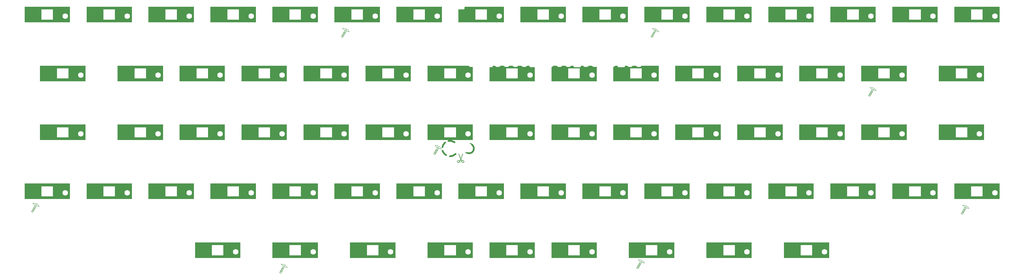
<source format=gto>
G04 #@! TF.GenerationSoftware,KiCad,Pcbnew,(5.1.10-1-10_14)*
G04 #@! TF.CreationDate,2021-12-19T10:41:02+09:00*
G04 #@! TF.ProjectId,nora,6e6f7261-2e6b-4696-9361-645f70636258,DN:0030*
G04 #@! TF.SameCoordinates,Original*
G04 #@! TF.FileFunction,Legend,Top*
G04 #@! TF.FilePolarity,Positive*
%FSLAX46Y46*%
G04 Gerber Fmt 4.6, Leading zero omitted, Abs format (unit mm)*
G04 Created by KiCad (PCBNEW (5.1.10-1-10_14)) date 2021-12-19 10:41:02*
%MOMM*%
%LPD*%
G01*
G04 APERTURE LIST*
%ADD10C,0.500000*%
%ADD11C,0.060000*%
%ADD12C,0.120000*%
%ADD13C,0.200000*%
%ADD14C,0.100000*%
%ADD15O,2.100000X2.100000*%
%ADD16C,3.400000*%
%ADD17C,2.100000*%
%ADD18C,3.800000*%
%ADD19C,1.600000*%
%ADD20C,3.829000*%
%ADD21O,1.300000X2.100000*%
%ADD22O,1.300000X2.800000*%
%ADD23C,1.100000*%
%ADD24C,1.400000*%
%ADD25O,5.600000X2.800000*%
%ADD26C,5.200000*%
%ADD27C,1.900000*%
%ADD28C,2.600000*%
G04 APERTURE END LIST*
D10*
X145083729Y-69453996D02*
G75*
G02*
X145865000Y-68150520I2181271J-421524D01*
G01*
X146819964Y-67700217D02*
G75*
G02*
X148565000Y-68075520I445036J-2175303D01*
G01*
X148869912Y-71452663D02*
G75*
G02*
X147265000Y-72125658I-1604912J1577143D01*
G01*
X146118623Y-71772513D02*
G75*
G02*
X145115000Y-70500520I1096377J1896993D01*
G01*
X154140036Y-69875520D02*
G75*
G03*
X154140036Y-69875520I-1375036J0D01*
G01*
D11*
X99600000Y-103600000D02*
X99375000Y-103750000D01*
X99350000Y-103575000D02*
X99625000Y-103775000D01*
X98225000Y-105475000D02*
X98725000Y-105475000D01*
X98325000Y-105275000D02*
X98825000Y-105275000D01*
X98475000Y-105075000D02*
X98925000Y-105075000D01*
X98575000Y-104875000D02*
X99075000Y-104875000D01*
X98675000Y-104675000D02*
X99175000Y-104675000D01*
X98775000Y-104475000D02*
X99275000Y-104475000D01*
X98875000Y-104275000D02*
X99375000Y-104275000D01*
D12*
X98525000Y-105825000D02*
X99500000Y-104050000D01*
X99125000Y-103825000D02*
X98125000Y-105625000D01*
X98575000Y-103225000D02*
G75*
G02*
X100452573Y-104234735I182087J-1911929D01*
G01*
X100445169Y-104247801D02*
G75*
G02*
X98550000Y-103250000I104831J2497801D01*
G01*
X98524999Y-105824999D02*
G75*
G02*
X98125001Y-105624999I-99999J299999D01*
G01*
D11*
X206600000Y-35600000D02*
X206375000Y-35750000D01*
X206350000Y-35575000D02*
X206625000Y-35775000D01*
X205225000Y-37475000D02*
X205725000Y-37475000D01*
X205325000Y-37275000D02*
X205825000Y-37275000D01*
X205475000Y-37075000D02*
X205925000Y-37075000D01*
X205575000Y-36875000D02*
X206075000Y-36875000D01*
X205675000Y-36675000D02*
X206175000Y-36675000D01*
X205775000Y-36475000D02*
X206275000Y-36475000D01*
X205875000Y-36275000D02*
X206375000Y-36275000D01*
D12*
X205525000Y-37825000D02*
X206500000Y-36050000D01*
X206125000Y-35825000D02*
X205125000Y-37625000D01*
X205524999Y-37824999D02*
G75*
G02*
X205125001Y-37624999I-99999J299999D01*
G01*
X207445169Y-36247801D02*
G75*
G02*
X205550000Y-35250000I104831J2497801D01*
G01*
X205575000Y-35225000D02*
G75*
G02*
X207452573Y-36234735I182087J-1911929D01*
G01*
D11*
X117400000Y-35600000D02*
X117175000Y-35750000D01*
X117150000Y-35575000D02*
X117425000Y-35775000D01*
X116025000Y-37475000D02*
X116525000Y-37475000D01*
X116125000Y-37275000D02*
X116625000Y-37275000D01*
X116275000Y-37075000D02*
X116725000Y-37075000D01*
X116375000Y-36875000D02*
X116875000Y-36875000D01*
X116475000Y-36675000D02*
X116975000Y-36675000D01*
X116575000Y-36475000D02*
X117075000Y-36475000D01*
X116675000Y-36275000D02*
X117175000Y-36275000D01*
D12*
X116325000Y-37825000D02*
X117300000Y-36050000D01*
X116925000Y-35825000D02*
X115925000Y-37625000D01*
X116324999Y-37824999D02*
G75*
G02*
X115925001Y-37624999I-99999J299999D01*
G01*
X118245169Y-36247801D02*
G75*
G02*
X116350000Y-35250000I104831J2497801D01*
G01*
X116375000Y-35225000D02*
G75*
G02*
X118252573Y-36234735I182087J-1911929D01*
G01*
D11*
X202500000Y-102300000D02*
X202275000Y-102450000D01*
X202250000Y-102275000D02*
X202525000Y-102475000D01*
X201125000Y-104175000D02*
X201625000Y-104175000D01*
X201225000Y-103975000D02*
X201725000Y-103975000D01*
X201375000Y-103775000D02*
X201825000Y-103775000D01*
X201475000Y-103575000D02*
X201975000Y-103575000D01*
X201575000Y-103375000D02*
X202075000Y-103375000D01*
X201675000Y-103175000D02*
X202175000Y-103175000D01*
X201775000Y-102975000D02*
X202275000Y-102975000D01*
D12*
X201425000Y-104525000D02*
X202400000Y-102750000D01*
X202025000Y-102525000D02*
X201025000Y-104325000D01*
X201424999Y-104524999D02*
G75*
G02*
X201025001Y-104324999I-99999J299999D01*
G01*
X203345169Y-102947801D02*
G75*
G02*
X201450000Y-101950000I104831J2497801D01*
G01*
X201475000Y-101925000D02*
G75*
G02*
X203352573Y-102934735I182087J-1911929D01*
G01*
D11*
X296000000Y-86600000D02*
X295775000Y-86750000D01*
X295750000Y-86575000D02*
X296025000Y-86775000D01*
X294625000Y-88475000D02*
X295125000Y-88475000D01*
X294725000Y-88275000D02*
X295225000Y-88275000D01*
X294875000Y-88075000D02*
X295325000Y-88075000D01*
X294975000Y-87875000D02*
X295475000Y-87875000D01*
X295075000Y-87675000D02*
X295575000Y-87675000D01*
X295175000Y-87475000D02*
X295675000Y-87475000D01*
X295275000Y-87275000D02*
X295775000Y-87275000D01*
D12*
X294925000Y-88825000D02*
X295900000Y-87050000D01*
X295525000Y-86825000D02*
X294525000Y-88625000D01*
X294924999Y-88824999D02*
G75*
G02*
X294525001Y-88624999I-99999J299999D01*
G01*
X296845169Y-87247801D02*
G75*
G02*
X294950000Y-86250000I104831J2497801D01*
G01*
X294975000Y-86225000D02*
G75*
G02*
X296852573Y-87234735I182087J-1911929D01*
G01*
D11*
X269300000Y-52600000D02*
X269075000Y-52750000D01*
X269050000Y-52575000D02*
X269325000Y-52775000D01*
X267925000Y-54475000D02*
X268425000Y-54475000D01*
X268025000Y-54275000D02*
X268525000Y-54275000D01*
X268175000Y-54075000D02*
X268625000Y-54075000D01*
X268275000Y-53875000D02*
X268775000Y-53875000D01*
X268375000Y-53675000D02*
X268875000Y-53675000D01*
X268475000Y-53475000D02*
X268975000Y-53475000D01*
X268575000Y-53275000D02*
X269075000Y-53275000D01*
D12*
X268225000Y-54825000D02*
X269200000Y-53050000D01*
X268825000Y-52825000D02*
X267825000Y-54625000D01*
X268224999Y-54824999D02*
G75*
G02*
X267825001Y-54624999I-99999J299999D01*
G01*
X270145169Y-53247801D02*
G75*
G02*
X268250000Y-52250000I104831J2497801D01*
G01*
X268275000Y-52225000D02*
G75*
G02*
X270152573Y-53234735I182087J-1911929D01*
G01*
D11*
X144000000Y-69400000D02*
X143775000Y-69550000D01*
X143750000Y-69375000D02*
X144025000Y-69575000D01*
X142625000Y-71275000D02*
X143125000Y-71275000D01*
X142725000Y-71075000D02*
X143225000Y-71075000D01*
X142875000Y-70875000D02*
X143325000Y-70875000D01*
X142975000Y-70675000D02*
X143475000Y-70675000D01*
X143075000Y-70475000D02*
X143575000Y-70475000D01*
X143175000Y-70275000D02*
X143675000Y-70275000D01*
X143275000Y-70075000D02*
X143775000Y-70075000D01*
D12*
X142925000Y-71625000D02*
X143900000Y-69850000D01*
X143525000Y-69625000D02*
X142525000Y-71425000D01*
X142924999Y-71624999D02*
G75*
G02*
X142525001Y-71424999I-99999J299999D01*
G01*
X144845169Y-70047801D02*
G75*
G02*
X142950000Y-69050000I104831J2497801D01*
G01*
X142975000Y-69025000D02*
G75*
G02*
X144852573Y-70034735I182087J-1911929D01*
G01*
D11*
X28100000Y-86000000D02*
X27875000Y-86150000D01*
X27850000Y-85975000D02*
X28125000Y-86175000D01*
X26725000Y-87875000D02*
X27225000Y-87875000D01*
X26825000Y-87675000D02*
X27325000Y-87675000D01*
X26975000Y-87475000D02*
X27425000Y-87475000D01*
X27075000Y-87275000D02*
X27575000Y-87275000D01*
X27175000Y-87075000D02*
X27675000Y-87075000D01*
X27275000Y-86875000D02*
X27775000Y-86875000D01*
X27375000Y-86675000D02*
X27875000Y-86675000D01*
D12*
X27025000Y-88225000D02*
X28000000Y-86450000D01*
X27625000Y-86225000D02*
X26625000Y-88025000D01*
X27075000Y-85625000D02*
G75*
G02*
X28952573Y-86634735I182087J-1911929D01*
G01*
X28945169Y-86647801D02*
G75*
G02*
X27050000Y-85650000I104831J2497801D01*
G01*
X27024999Y-88224999D02*
G75*
G02*
X26625001Y-88024999I-99999J299999D01*
G01*
D13*
X150665000Y-73675520D02*
X149780000Y-71405520D01*
X150065000Y-73675520D02*
X150980000Y-71405520D01*
X150056425Y-73650520D02*
G75*
G03*
X150056425Y-73650520I-316425J0D01*
G01*
X151296425Y-73646945D02*
G75*
G03*
X151296425Y-73646945I-315000J0D01*
G01*
D14*
G36*
X300765000Y-28975520D02*
G01*
X297365000Y-28975520D01*
X297365000Y-29675520D01*
X300765000Y-29675520D01*
X300765000Y-28975520D01*
G37*
X300765000Y-28975520D02*
X297365000Y-28975520D01*
X297365000Y-29675520D01*
X300765000Y-29675520D01*
X300765000Y-28975520D01*
G36*
X300765000Y-32675520D02*
G01*
X297365000Y-32675520D01*
X297365000Y-33375520D01*
X300765000Y-33375520D01*
X300765000Y-32675520D01*
G37*
X300765000Y-32675520D02*
X297365000Y-32675520D01*
X297365000Y-33375520D01*
X300765000Y-33375520D01*
X300765000Y-32675520D01*
G36*
X305565000Y-28975520D02*
G01*
X300765000Y-28975520D01*
X300765000Y-33375520D01*
X305565000Y-33375520D01*
X305565000Y-28975520D01*
G37*
X305565000Y-28975520D02*
X300765000Y-28975520D01*
X300765000Y-33375520D01*
X305565000Y-33375520D01*
X305565000Y-28975520D01*
G36*
X297365000Y-28975520D02*
G01*
X292565000Y-28975520D01*
X292565000Y-33375520D01*
X297365000Y-33375520D01*
X297365000Y-28975520D01*
G37*
X297365000Y-28975520D02*
X292565000Y-28975520D01*
X292565000Y-33375520D01*
X297365000Y-33375520D01*
X297365000Y-28975520D01*
G36*
X32879672Y-28975520D02*
G01*
X29479672Y-28975520D01*
X29479672Y-29675520D01*
X32879672Y-29675520D01*
X32879672Y-28975520D01*
G37*
X32879672Y-28975520D02*
X29479672Y-28975520D01*
X29479672Y-29675520D01*
X32879672Y-29675520D01*
X32879672Y-28975520D01*
G36*
X32879672Y-32675520D02*
G01*
X29479672Y-32675520D01*
X29479672Y-33375520D01*
X32879672Y-33375520D01*
X32879672Y-32675520D01*
G37*
X32879672Y-32675520D02*
X29479672Y-32675520D01*
X29479672Y-33375520D01*
X32879672Y-33375520D01*
X32879672Y-32675520D01*
G36*
X37679672Y-28975520D02*
G01*
X32879672Y-28975520D01*
X32879672Y-33375520D01*
X37679672Y-33375520D01*
X37679672Y-28975520D01*
G37*
X37679672Y-28975520D02*
X32879672Y-28975520D01*
X32879672Y-33375520D01*
X37679672Y-33375520D01*
X37679672Y-28975520D01*
G36*
X29479672Y-28975520D02*
G01*
X24679672Y-28975520D01*
X24679672Y-33375520D01*
X29479672Y-33375520D01*
X29479672Y-28975520D01*
G37*
X29479672Y-28975520D02*
X24679672Y-28975520D01*
X24679672Y-33375520D01*
X29479672Y-33375520D01*
X29479672Y-28975520D01*
G36*
X47334333Y-28975520D02*
G01*
X42534333Y-28975520D01*
X42534333Y-33375520D01*
X47334333Y-33375520D01*
X47334333Y-28975520D01*
G37*
X47334333Y-28975520D02*
X42534333Y-28975520D01*
X42534333Y-33375520D01*
X47334333Y-33375520D01*
X47334333Y-28975520D01*
G36*
X55534333Y-28975520D02*
G01*
X50734333Y-28975520D01*
X50734333Y-33375520D01*
X55534333Y-33375520D01*
X55534333Y-28975520D01*
G37*
X55534333Y-28975520D02*
X50734333Y-28975520D01*
X50734333Y-33375520D01*
X55534333Y-33375520D01*
X55534333Y-28975520D01*
G36*
X50734333Y-32675520D02*
G01*
X47334333Y-32675520D01*
X47334333Y-33375520D01*
X50734333Y-33375520D01*
X50734333Y-32675520D01*
G37*
X50734333Y-32675520D02*
X47334333Y-32675520D01*
X47334333Y-33375520D01*
X50734333Y-33375520D01*
X50734333Y-32675520D01*
G36*
X50734333Y-28975520D02*
G01*
X47334333Y-28975520D01*
X47334333Y-29675520D01*
X50734333Y-29675520D01*
X50734333Y-28975520D01*
G37*
X50734333Y-28975520D02*
X47334333Y-28975520D01*
X47334333Y-29675520D01*
X50734333Y-29675520D01*
X50734333Y-28975520D01*
G36*
X68593666Y-28975520D02*
G01*
X65193666Y-28975520D01*
X65193666Y-29675520D01*
X68593666Y-29675520D01*
X68593666Y-28975520D01*
G37*
X68593666Y-28975520D02*
X65193666Y-28975520D01*
X65193666Y-29675520D01*
X68593666Y-29675520D01*
X68593666Y-28975520D01*
G36*
X68593666Y-32675520D02*
G01*
X65193666Y-32675520D01*
X65193666Y-33375520D01*
X68593666Y-33375520D01*
X68593666Y-32675520D01*
G37*
X68593666Y-32675520D02*
X65193666Y-32675520D01*
X65193666Y-33375520D01*
X68593666Y-33375520D01*
X68593666Y-32675520D01*
G36*
X73393666Y-28975520D02*
G01*
X68593666Y-28975520D01*
X68593666Y-33375520D01*
X73393666Y-33375520D01*
X73393666Y-28975520D01*
G37*
X73393666Y-28975520D02*
X68593666Y-28975520D01*
X68593666Y-33375520D01*
X73393666Y-33375520D01*
X73393666Y-28975520D01*
G36*
X65193666Y-28975520D02*
G01*
X60393666Y-28975520D01*
X60393666Y-33375520D01*
X65193666Y-33375520D01*
X65193666Y-28975520D01*
G37*
X65193666Y-28975520D02*
X60393666Y-28975520D01*
X60393666Y-33375520D01*
X65193666Y-33375520D01*
X65193666Y-28975520D01*
G36*
X83052999Y-28975520D02*
G01*
X78252999Y-28975520D01*
X78252999Y-33375520D01*
X83052999Y-33375520D01*
X83052999Y-28975520D01*
G37*
X83052999Y-28975520D02*
X78252999Y-28975520D01*
X78252999Y-33375520D01*
X83052999Y-33375520D01*
X83052999Y-28975520D01*
G36*
X91252999Y-28975520D02*
G01*
X86452999Y-28975520D01*
X86452999Y-33375520D01*
X91252999Y-33375520D01*
X91252999Y-28975520D01*
G37*
X91252999Y-28975520D02*
X86452999Y-28975520D01*
X86452999Y-33375520D01*
X91252999Y-33375520D01*
X91252999Y-28975520D01*
G36*
X86452999Y-32675520D02*
G01*
X83052999Y-32675520D01*
X83052999Y-33375520D01*
X86452999Y-33375520D01*
X86452999Y-32675520D01*
G37*
X86452999Y-32675520D02*
X83052999Y-32675520D01*
X83052999Y-33375520D01*
X86452999Y-33375520D01*
X86452999Y-32675520D01*
G36*
X86452999Y-28975520D02*
G01*
X83052999Y-28975520D01*
X83052999Y-29675520D01*
X86452999Y-29675520D01*
X86452999Y-28975520D01*
G37*
X86452999Y-28975520D02*
X83052999Y-28975520D01*
X83052999Y-29675520D01*
X86452999Y-29675520D01*
X86452999Y-28975520D01*
G36*
X104312332Y-28975520D02*
G01*
X100912332Y-28975520D01*
X100912332Y-29675520D01*
X104312332Y-29675520D01*
X104312332Y-28975520D01*
G37*
X104312332Y-28975520D02*
X100912332Y-28975520D01*
X100912332Y-29675520D01*
X104312332Y-29675520D01*
X104312332Y-28975520D01*
G36*
X104312332Y-32675520D02*
G01*
X100912332Y-32675520D01*
X100912332Y-33375520D01*
X104312332Y-33375520D01*
X104312332Y-32675520D01*
G37*
X104312332Y-32675520D02*
X100912332Y-32675520D01*
X100912332Y-33375520D01*
X104312332Y-33375520D01*
X104312332Y-32675520D01*
G36*
X109112332Y-28975520D02*
G01*
X104312332Y-28975520D01*
X104312332Y-33375520D01*
X109112332Y-33375520D01*
X109112332Y-28975520D01*
G37*
X109112332Y-28975520D02*
X104312332Y-28975520D01*
X104312332Y-33375520D01*
X109112332Y-33375520D01*
X109112332Y-28975520D01*
G36*
X100912332Y-28975520D02*
G01*
X96112332Y-28975520D01*
X96112332Y-33375520D01*
X100912332Y-33375520D01*
X100912332Y-28975520D01*
G37*
X100912332Y-28975520D02*
X96112332Y-28975520D01*
X96112332Y-33375520D01*
X100912332Y-33375520D01*
X100912332Y-28975520D01*
G36*
X118771665Y-28975520D02*
G01*
X113971665Y-28975520D01*
X113971665Y-33375520D01*
X118771665Y-33375520D01*
X118771665Y-28975520D01*
G37*
X118771665Y-28975520D02*
X113971665Y-28975520D01*
X113971665Y-33375520D01*
X118771665Y-33375520D01*
X118771665Y-28975520D01*
G36*
X126971665Y-28975520D02*
G01*
X122171665Y-28975520D01*
X122171665Y-33375520D01*
X126971665Y-33375520D01*
X126971665Y-28975520D01*
G37*
X126971665Y-28975520D02*
X122171665Y-28975520D01*
X122171665Y-33375520D01*
X126971665Y-33375520D01*
X126971665Y-28975520D01*
G36*
X122171665Y-32675520D02*
G01*
X118771665Y-32675520D01*
X118771665Y-33375520D01*
X122171665Y-33375520D01*
X122171665Y-32675520D01*
G37*
X122171665Y-32675520D02*
X118771665Y-32675520D01*
X118771665Y-33375520D01*
X122171665Y-33375520D01*
X122171665Y-32675520D01*
G36*
X122171665Y-28975520D02*
G01*
X118771665Y-28975520D01*
X118771665Y-29675520D01*
X122171665Y-29675520D01*
X122171665Y-28975520D01*
G37*
X122171665Y-28975520D02*
X118771665Y-28975520D01*
X118771665Y-29675520D01*
X122171665Y-29675520D01*
X122171665Y-28975520D01*
G36*
X140030998Y-28975520D02*
G01*
X136630998Y-28975520D01*
X136630998Y-29675520D01*
X140030998Y-29675520D01*
X140030998Y-28975520D01*
G37*
X140030998Y-28975520D02*
X136630998Y-28975520D01*
X136630998Y-29675520D01*
X140030998Y-29675520D01*
X140030998Y-28975520D01*
G36*
X140030998Y-32675520D02*
G01*
X136630998Y-32675520D01*
X136630998Y-33375520D01*
X140030998Y-33375520D01*
X140030998Y-32675520D01*
G37*
X140030998Y-32675520D02*
X136630998Y-32675520D01*
X136630998Y-33375520D01*
X140030998Y-33375520D01*
X140030998Y-32675520D01*
G36*
X144830998Y-28975520D02*
G01*
X140030998Y-28975520D01*
X140030998Y-33375520D01*
X144830998Y-33375520D01*
X144830998Y-28975520D01*
G37*
X144830998Y-28975520D02*
X140030998Y-28975520D01*
X140030998Y-33375520D01*
X144830998Y-33375520D01*
X144830998Y-28975520D01*
G36*
X136630998Y-28975520D02*
G01*
X131830998Y-28975520D01*
X131830998Y-33375520D01*
X136630998Y-33375520D01*
X136630998Y-28975520D01*
G37*
X136630998Y-28975520D02*
X131830998Y-28975520D01*
X131830998Y-33375520D01*
X136630998Y-33375520D01*
X136630998Y-28975520D01*
G36*
X154490331Y-28975520D02*
G01*
X149690331Y-28975520D01*
X149690331Y-33375520D01*
X154490331Y-33375520D01*
X154490331Y-28975520D01*
G37*
X154490331Y-28975520D02*
X149690331Y-28975520D01*
X149690331Y-33375520D01*
X154490331Y-33375520D01*
X154490331Y-28975520D01*
G36*
X162690331Y-28975520D02*
G01*
X157890331Y-28975520D01*
X157890331Y-33375520D01*
X162690331Y-33375520D01*
X162690331Y-28975520D01*
G37*
X162690331Y-28975520D02*
X157890331Y-28975520D01*
X157890331Y-33375520D01*
X162690331Y-33375520D01*
X162690331Y-28975520D01*
G36*
X157890331Y-32675520D02*
G01*
X154490331Y-32675520D01*
X154490331Y-33375520D01*
X157890331Y-33375520D01*
X157890331Y-32675520D01*
G37*
X157890331Y-32675520D02*
X154490331Y-32675520D01*
X154490331Y-33375520D01*
X157890331Y-33375520D01*
X157890331Y-32675520D01*
G36*
X157890331Y-28975520D02*
G01*
X154490331Y-28975520D01*
X154490331Y-29675520D01*
X157890331Y-29675520D01*
X157890331Y-28975520D01*
G37*
X157890331Y-28975520D02*
X154490331Y-28975520D01*
X154490331Y-29675520D01*
X157890331Y-29675520D01*
X157890331Y-28975520D01*
G36*
X175749664Y-28975520D02*
G01*
X172349664Y-28975520D01*
X172349664Y-29675520D01*
X175749664Y-29675520D01*
X175749664Y-28975520D01*
G37*
X175749664Y-28975520D02*
X172349664Y-28975520D01*
X172349664Y-29675520D01*
X175749664Y-29675520D01*
X175749664Y-28975520D01*
G36*
X175749664Y-32675520D02*
G01*
X172349664Y-32675520D01*
X172349664Y-33375520D01*
X175749664Y-33375520D01*
X175749664Y-32675520D01*
G37*
X175749664Y-32675520D02*
X172349664Y-32675520D01*
X172349664Y-33375520D01*
X175749664Y-33375520D01*
X175749664Y-32675520D01*
G36*
X180549664Y-28975520D02*
G01*
X175749664Y-28975520D01*
X175749664Y-33375520D01*
X180549664Y-33375520D01*
X180549664Y-28975520D01*
G37*
X180549664Y-28975520D02*
X175749664Y-28975520D01*
X175749664Y-33375520D01*
X180549664Y-33375520D01*
X180549664Y-28975520D01*
G36*
X172349664Y-28975520D02*
G01*
X167549664Y-28975520D01*
X167549664Y-33375520D01*
X172349664Y-33375520D01*
X172349664Y-28975520D01*
G37*
X172349664Y-28975520D02*
X167549664Y-28975520D01*
X167549664Y-33375520D01*
X172349664Y-33375520D01*
X172349664Y-28975520D01*
G36*
X190208997Y-28975520D02*
G01*
X185408997Y-28975520D01*
X185408997Y-33375520D01*
X190208997Y-33375520D01*
X190208997Y-28975520D01*
G37*
X190208997Y-28975520D02*
X185408997Y-28975520D01*
X185408997Y-33375520D01*
X190208997Y-33375520D01*
X190208997Y-28975520D01*
G36*
X198408997Y-28975520D02*
G01*
X193608997Y-28975520D01*
X193608997Y-33375520D01*
X198408997Y-33375520D01*
X198408997Y-28975520D01*
G37*
X198408997Y-28975520D02*
X193608997Y-28975520D01*
X193608997Y-33375520D01*
X198408997Y-33375520D01*
X198408997Y-28975520D01*
G36*
X193608997Y-32675520D02*
G01*
X190208997Y-32675520D01*
X190208997Y-33375520D01*
X193608997Y-33375520D01*
X193608997Y-32675520D01*
G37*
X193608997Y-32675520D02*
X190208997Y-32675520D01*
X190208997Y-33375520D01*
X193608997Y-33375520D01*
X193608997Y-32675520D01*
G36*
X193608997Y-28975520D02*
G01*
X190208997Y-28975520D01*
X190208997Y-29675520D01*
X193608997Y-29675520D01*
X193608997Y-28975520D01*
G37*
X193608997Y-28975520D02*
X190208997Y-28975520D01*
X190208997Y-29675520D01*
X193608997Y-29675520D01*
X193608997Y-28975520D01*
G36*
X211468330Y-28975520D02*
G01*
X208068330Y-28975520D01*
X208068330Y-29675520D01*
X211468330Y-29675520D01*
X211468330Y-28975520D01*
G37*
X211468330Y-28975520D02*
X208068330Y-28975520D01*
X208068330Y-29675520D01*
X211468330Y-29675520D01*
X211468330Y-28975520D01*
G36*
X211468330Y-32675520D02*
G01*
X208068330Y-32675520D01*
X208068330Y-33375520D01*
X211468330Y-33375520D01*
X211468330Y-32675520D01*
G37*
X211468330Y-32675520D02*
X208068330Y-32675520D01*
X208068330Y-33375520D01*
X211468330Y-33375520D01*
X211468330Y-32675520D01*
G36*
X216268330Y-28975520D02*
G01*
X211468330Y-28975520D01*
X211468330Y-33375520D01*
X216268330Y-33375520D01*
X216268330Y-28975520D01*
G37*
X216268330Y-28975520D02*
X211468330Y-28975520D01*
X211468330Y-33375520D01*
X216268330Y-33375520D01*
X216268330Y-28975520D01*
G36*
X208068330Y-28975520D02*
G01*
X203268330Y-28975520D01*
X203268330Y-33375520D01*
X208068330Y-33375520D01*
X208068330Y-28975520D01*
G37*
X208068330Y-28975520D02*
X203268330Y-28975520D01*
X203268330Y-33375520D01*
X208068330Y-33375520D01*
X208068330Y-28975520D01*
G36*
X225927663Y-28975520D02*
G01*
X221127663Y-28975520D01*
X221127663Y-33375520D01*
X225927663Y-33375520D01*
X225927663Y-28975520D01*
G37*
X225927663Y-28975520D02*
X221127663Y-28975520D01*
X221127663Y-33375520D01*
X225927663Y-33375520D01*
X225927663Y-28975520D01*
G36*
X234127663Y-28975520D02*
G01*
X229327663Y-28975520D01*
X229327663Y-33375520D01*
X234127663Y-33375520D01*
X234127663Y-28975520D01*
G37*
X234127663Y-28975520D02*
X229327663Y-28975520D01*
X229327663Y-33375520D01*
X234127663Y-33375520D01*
X234127663Y-28975520D01*
G36*
X229327663Y-32675520D02*
G01*
X225927663Y-32675520D01*
X225927663Y-33375520D01*
X229327663Y-33375520D01*
X229327663Y-32675520D01*
G37*
X229327663Y-32675520D02*
X225927663Y-32675520D01*
X225927663Y-33375520D01*
X229327663Y-33375520D01*
X229327663Y-32675520D01*
G36*
X229327663Y-28975520D02*
G01*
X225927663Y-28975520D01*
X225927663Y-29675520D01*
X229327663Y-29675520D01*
X229327663Y-28975520D01*
G37*
X229327663Y-28975520D02*
X225927663Y-28975520D01*
X225927663Y-29675520D01*
X229327663Y-29675520D01*
X229327663Y-28975520D01*
G36*
X247186996Y-28975520D02*
G01*
X243786996Y-28975520D01*
X243786996Y-29675520D01*
X247186996Y-29675520D01*
X247186996Y-28975520D01*
G37*
X247186996Y-28975520D02*
X243786996Y-28975520D01*
X243786996Y-29675520D01*
X247186996Y-29675520D01*
X247186996Y-28975520D01*
G36*
X247186996Y-32675520D02*
G01*
X243786996Y-32675520D01*
X243786996Y-33375520D01*
X247186996Y-33375520D01*
X247186996Y-32675520D01*
G37*
X247186996Y-32675520D02*
X243786996Y-32675520D01*
X243786996Y-33375520D01*
X247186996Y-33375520D01*
X247186996Y-32675520D01*
G36*
X251986996Y-28975520D02*
G01*
X247186996Y-28975520D01*
X247186996Y-33375520D01*
X251986996Y-33375520D01*
X251986996Y-28975520D01*
G37*
X251986996Y-28975520D02*
X247186996Y-28975520D01*
X247186996Y-33375520D01*
X251986996Y-33375520D01*
X251986996Y-28975520D01*
G36*
X243786996Y-28975520D02*
G01*
X238986996Y-28975520D01*
X238986996Y-33375520D01*
X243786996Y-33375520D01*
X243786996Y-28975520D01*
G37*
X243786996Y-28975520D02*
X238986996Y-28975520D01*
X238986996Y-33375520D01*
X243786996Y-33375520D01*
X243786996Y-28975520D01*
G36*
X261646329Y-28975520D02*
G01*
X256846329Y-28975520D01*
X256846329Y-33375520D01*
X261646329Y-33375520D01*
X261646329Y-28975520D01*
G37*
X261646329Y-28975520D02*
X256846329Y-28975520D01*
X256846329Y-33375520D01*
X261646329Y-33375520D01*
X261646329Y-28975520D01*
G36*
X269846329Y-28975520D02*
G01*
X265046329Y-28975520D01*
X265046329Y-33375520D01*
X269846329Y-33375520D01*
X269846329Y-28975520D01*
G37*
X269846329Y-28975520D02*
X265046329Y-28975520D01*
X265046329Y-33375520D01*
X269846329Y-33375520D01*
X269846329Y-28975520D01*
G36*
X265046329Y-32675520D02*
G01*
X261646329Y-32675520D01*
X261646329Y-33375520D01*
X265046329Y-33375520D01*
X265046329Y-32675520D01*
G37*
X265046329Y-32675520D02*
X261646329Y-32675520D01*
X261646329Y-33375520D01*
X265046329Y-33375520D01*
X265046329Y-32675520D01*
G36*
X265046329Y-28975520D02*
G01*
X261646329Y-28975520D01*
X261646329Y-29675520D01*
X265046329Y-29675520D01*
X265046329Y-28975520D01*
G37*
X265046329Y-28975520D02*
X261646329Y-28975520D01*
X261646329Y-29675520D01*
X265046329Y-29675520D01*
X265046329Y-28975520D01*
G36*
X279505662Y-28975520D02*
G01*
X274705662Y-28975520D01*
X274705662Y-33375520D01*
X279505662Y-33375520D01*
X279505662Y-28975520D01*
G37*
X279505662Y-28975520D02*
X274705662Y-28975520D01*
X274705662Y-33375520D01*
X279505662Y-33375520D01*
X279505662Y-28975520D01*
G36*
X287705662Y-28975520D02*
G01*
X282905662Y-28975520D01*
X282905662Y-33375520D01*
X287705662Y-33375520D01*
X287705662Y-28975520D01*
G37*
X287705662Y-28975520D02*
X282905662Y-28975520D01*
X282905662Y-33375520D01*
X287705662Y-33375520D01*
X287705662Y-28975520D01*
G36*
X282905662Y-32675520D02*
G01*
X279505662Y-32675520D01*
X279505662Y-33375520D01*
X282905662Y-33375520D01*
X282905662Y-32675520D01*
G37*
X282905662Y-32675520D02*
X279505662Y-32675520D01*
X279505662Y-33375520D01*
X282905662Y-33375520D01*
X282905662Y-32675520D01*
G36*
X282905662Y-28975520D02*
G01*
X279505662Y-28975520D01*
X279505662Y-29675520D01*
X282905662Y-29675520D01*
X282905662Y-28975520D01*
G37*
X282905662Y-28975520D02*
X279505662Y-28975520D01*
X279505662Y-29675520D01*
X282905662Y-29675520D01*
X282905662Y-28975520D01*
G36*
X296300506Y-50375520D02*
G01*
X301100506Y-50375520D01*
X301100506Y-45975520D01*
X296300506Y-45975520D01*
X296300506Y-50375520D01*
G37*
X296300506Y-50375520D02*
X301100506Y-50375520D01*
X301100506Y-45975520D01*
X296300506Y-45975520D01*
X296300506Y-50375520D01*
G36*
X288100506Y-50375520D02*
G01*
X292900506Y-50375520D01*
X292900506Y-45975520D01*
X288100506Y-45975520D01*
X288100506Y-50375520D01*
G37*
X288100506Y-50375520D02*
X292900506Y-50375520D01*
X292900506Y-45975520D01*
X288100506Y-45975520D01*
X288100506Y-50375520D01*
G36*
X292900506Y-46675520D02*
G01*
X296300506Y-46675520D01*
X296300506Y-45975520D01*
X292900506Y-45975520D01*
X292900506Y-46675520D01*
G37*
X292900506Y-46675520D02*
X296300506Y-46675520D01*
X296300506Y-45975520D01*
X292900506Y-45975520D01*
X292900506Y-46675520D01*
G36*
X292900506Y-50375520D02*
G01*
X296300506Y-50375520D01*
X296300506Y-49675520D01*
X292900506Y-49675520D01*
X292900506Y-50375520D01*
G37*
X292900506Y-50375520D02*
X296300506Y-50375520D01*
X296300506Y-49675520D01*
X292900506Y-49675520D01*
X292900506Y-50375520D01*
G36*
X270576306Y-50375520D02*
G01*
X273976306Y-50375520D01*
X273976306Y-49675520D01*
X270576306Y-49675520D01*
X270576306Y-50375520D01*
G37*
X270576306Y-50375520D02*
X273976306Y-50375520D01*
X273976306Y-49675520D01*
X270576306Y-49675520D01*
X270576306Y-50375520D01*
G36*
X270576306Y-46675520D02*
G01*
X273976306Y-46675520D01*
X273976306Y-45975520D01*
X270576306Y-45975520D01*
X270576306Y-46675520D01*
G37*
X270576306Y-46675520D02*
X273976306Y-46675520D01*
X273976306Y-45975520D01*
X270576306Y-45975520D01*
X270576306Y-46675520D01*
G36*
X265776306Y-50375520D02*
G01*
X270576306Y-50375520D01*
X270576306Y-45975520D01*
X265776306Y-45975520D01*
X265776306Y-50375520D01*
G37*
X265776306Y-50375520D02*
X270576306Y-50375520D01*
X270576306Y-45975520D01*
X265776306Y-45975520D01*
X265776306Y-50375520D01*
G36*
X273976306Y-50375520D02*
G01*
X278776306Y-50375520D01*
X278776306Y-45975520D01*
X273976306Y-45975520D01*
X273976306Y-50375520D01*
G37*
X273976306Y-50375520D02*
X278776306Y-50375520D01*
X278776306Y-45975520D01*
X273976306Y-45975520D01*
X273976306Y-50375520D01*
G36*
X256116946Y-50375520D02*
G01*
X260916946Y-50375520D01*
X260916946Y-45975520D01*
X256116946Y-45975520D01*
X256116946Y-50375520D01*
G37*
X256116946Y-50375520D02*
X260916946Y-50375520D01*
X260916946Y-45975520D01*
X256116946Y-45975520D01*
X256116946Y-50375520D01*
G36*
X247916946Y-50375520D02*
G01*
X252716946Y-50375520D01*
X252716946Y-45975520D01*
X247916946Y-45975520D01*
X247916946Y-50375520D01*
G37*
X247916946Y-50375520D02*
X252716946Y-50375520D01*
X252716946Y-45975520D01*
X247916946Y-45975520D01*
X247916946Y-50375520D01*
G36*
X252716946Y-46675520D02*
G01*
X256116946Y-46675520D01*
X256116946Y-45975520D01*
X252716946Y-45975520D01*
X252716946Y-46675520D01*
G37*
X252716946Y-46675520D02*
X256116946Y-46675520D01*
X256116946Y-45975520D01*
X252716946Y-45975520D01*
X252716946Y-46675520D01*
G36*
X252716946Y-50375520D02*
G01*
X256116946Y-50375520D01*
X256116946Y-49675520D01*
X252716946Y-49675520D01*
X252716946Y-50375520D01*
G37*
X252716946Y-50375520D02*
X256116946Y-50375520D01*
X256116946Y-49675520D01*
X252716946Y-49675520D01*
X252716946Y-50375520D01*
G36*
X234857586Y-50375520D02*
G01*
X238257586Y-50375520D01*
X238257586Y-49675520D01*
X234857586Y-49675520D01*
X234857586Y-50375520D01*
G37*
X234857586Y-50375520D02*
X238257586Y-50375520D01*
X238257586Y-49675520D01*
X234857586Y-49675520D01*
X234857586Y-50375520D01*
G36*
X234857586Y-46675520D02*
G01*
X238257586Y-46675520D01*
X238257586Y-45975520D01*
X234857586Y-45975520D01*
X234857586Y-46675520D01*
G37*
X234857586Y-46675520D02*
X238257586Y-46675520D01*
X238257586Y-45975520D01*
X234857586Y-45975520D01*
X234857586Y-46675520D01*
G36*
X230057586Y-50375520D02*
G01*
X234857586Y-50375520D01*
X234857586Y-45975520D01*
X230057586Y-45975520D01*
X230057586Y-50375520D01*
G37*
X230057586Y-50375520D02*
X234857586Y-50375520D01*
X234857586Y-45975520D01*
X230057586Y-45975520D01*
X230057586Y-50375520D01*
G36*
X238257586Y-50375520D02*
G01*
X243057586Y-50375520D01*
X243057586Y-45975520D01*
X238257586Y-45975520D01*
X238257586Y-50375520D01*
G37*
X238257586Y-50375520D02*
X243057586Y-50375520D01*
X243057586Y-45975520D01*
X238257586Y-45975520D01*
X238257586Y-50375520D01*
G36*
X220398226Y-50375520D02*
G01*
X225198226Y-50375520D01*
X225198226Y-45975520D01*
X220398226Y-45975520D01*
X220398226Y-50375520D01*
G37*
X220398226Y-50375520D02*
X225198226Y-50375520D01*
X225198226Y-45975520D01*
X220398226Y-45975520D01*
X220398226Y-50375520D01*
G36*
X212198226Y-50375520D02*
G01*
X216998226Y-50375520D01*
X216998226Y-45975520D01*
X212198226Y-45975520D01*
X212198226Y-50375520D01*
G37*
X212198226Y-50375520D02*
X216998226Y-50375520D01*
X216998226Y-45975520D01*
X212198226Y-45975520D01*
X212198226Y-50375520D01*
G36*
X216998226Y-46675520D02*
G01*
X220398226Y-46675520D01*
X220398226Y-45975520D01*
X216998226Y-45975520D01*
X216998226Y-46675520D01*
G37*
X216998226Y-46675520D02*
X220398226Y-46675520D01*
X220398226Y-45975520D01*
X216998226Y-45975520D01*
X216998226Y-46675520D01*
G36*
X216998226Y-50375520D02*
G01*
X220398226Y-50375520D01*
X220398226Y-49675520D01*
X216998226Y-49675520D01*
X216998226Y-50375520D01*
G37*
X216998226Y-50375520D02*
X220398226Y-50375520D01*
X220398226Y-49675520D01*
X216998226Y-49675520D01*
X216998226Y-50375520D01*
G36*
X199138866Y-50375520D02*
G01*
X202538866Y-50375520D01*
X202538866Y-49675520D01*
X199138866Y-49675520D01*
X199138866Y-50375520D01*
G37*
X199138866Y-50375520D02*
X202538866Y-50375520D01*
X202538866Y-49675520D01*
X199138866Y-49675520D01*
X199138866Y-50375520D01*
G36*
X199138866Y-46675520D02*
G01*
X202538866Y-46675520D01*
X202538866Y-45975520D01*
X199138866Y-45975520D01*
X199138866Y-46675520D01*
G37*
X199138866Y-46675520D02*
X202538866Y-46675520D01*
X202538866Y-45975520D01*
X199138866Y-45975520D01*
X199138866Y-46675520D01*
G36*
X194338866Y-50375520D02*
G01*
X199138866Y-50375520D01*
X199138866Y-45975520D01*
X194338866Y-45975520D01*
X194338866Y-50375520D01*
G37*
X194338866Y-50375520D02*
X199138866Y-50375520D01*
X199138866Y-45975520D01*
X194338866Y-45975520D01*
X194338866Y-50375520D01*
G36*
X202538866Y-50375520D02*
G01*
X207338866Y-50375520D01*
X207338866Y-45975520D01*
X202538866Y-45975520D01*
X202538866Y-50375520D01*
G37*
X202538866Y-50375520D02*
X207338866Y-50375520D01*
X207338866Y-45975520D01*
X202538866Y-45975520D01*
X202538866Y-50375520D01*
G36*
X184679506Y-50375520D02*
G01*
X189479506Y-50375520D01*
X189479506Y-45975520D01*
X184679506Y-45975520D01*
X184679506Y-50375520D01*
G37*
X184679506Y-50375520D02*
X189479506Y-50375520D01*
X189479506Y-45975520D01*
X184679506Y-45975520D01*
X184679506Y-50375520D01*
G36*
X176479506Y-50375520D02*
G01*
X181279506Y-50375520D01*
X181279506Y-45975520D01*
X176479506Y-45975520D01*
X176479506Y-50375520D01*
G37*
X176479506Y-50375520D02*
X181279506Y-50375520D01*
X181279506Y-45975520D01*
X176479506Y-45975520D01*
X176479506Y-50375520D01*
G36*
X181279506Y-46675520D02*
G01*
X184679506Y-46675520D01*
X184679506Y-45975520D01*
X181279506Y-45975520D01*
X181279506Y-46675520D01*
G37*
X181279506Y-46675520D02*
X184679506Y-46675520D01*
X184679506Y-45975520D01*
X181279506Y-45975520D01*
X181279506Y-46675520D01*
G36*
X181279506Y-50375520D02*
G01*
X184679506Y-50375520D01*
X184679506Y-49675520D01*
X181279506Y-49675520D01*
X181279506Y-50375520D01*
G37*
X181279506Y-50375520D02*
X184679506Y-50375520D01*
X184679506Y-49675520D01*
X181279506Y-49675520D01*
X181279506Y-50375520D01*
G36*
X163420146Y-50375520D02*
G01*
X166820146Y-50375520D01*
X166820146Y-49675520D01*
X163420146Y-49675520D01*
X163420146Y-50375520D01*
G37*
X163420146Y-50375520D02*
X166820146Y-50375520D01*
X166820146Y-49675520D01*
X163420146Y-49675520D01*
X163420146Y-50375520D01*
G36*
X163420146Y-46675520D02*
G01*
X166820146Y-46675520D01*
X166820146Y-45975520D01*
X163420146Y-45975520D01*
X163420146Y-46675520D01*
G37*
X163420146Y-46675520D02*
X166820146Y-46675520D01*
X166820146Y-45975520D01*
X163420146Y-45975520D01*
X163420146Y-46675520D01*
G36*
X158620146Y-50375520D02*
G01*
X163420146Y-50375520D01*
X163420146Y-45975520D01*
X158620146Y-45975520D01*
X158620146Y-50375520D01*
G37*
X158620146Y-50375520D02*
X163420146Y-50375520D01*
X163420146Y-45975520D01*
X158620146Y-45975520D01*
X158620146Y-50375520D01*
G36*
X166820146Y-50375520D02*
G01*
X171620146Y-50375520D01*
X171620146Y-45975520D01*
X166820146Y-45975520D01*
X166820146Y-50375520D01*
G37*
X166820146Y-50375520D02*
X171620146Y-50375520D01*
X171620146Y-45975520D01*
X166820146Y-45975520D01*
X166820146Y-50375520D01*
G36*
X148960786Y-50375520D02*
G01*
X153760786Y-50375520D01*
X153760786Y-45975520D01*
X148960786Y-45975520D01*
X148960786Y-50375520D01*
G37*
X148960786Y-50375520D02*
X153760786Y-50375520D01*
X153760786Y-45975520D01*
X148960786Y-45975520D01*
X148960786Y-50375520D01*
G36*
X140760786Y-50375520D02*
G01*
X145560786Y-50375520D01*
X145560786Y-45975520D01*
X140760786Y-45975520D01*
X140760786Y-50375520D01*
G37*
X140760786Y-50375520D02*
X145560786Y-50375520D01*
X145560786Y-45975520D01*
X140760786Y-45975520D01*
X140760786Y-50375520D01*
G36*
X145560786Y-46675520D02*
G01*
X148960786Y-46675520D01*
X148960786Y-45975520D01*
X145560786Y-45975520D01*
X145560786Y-46675520D01*
G37*
X145560786Y-46675520D02*
X148960786Y-46675520D01*
X148960786Y-45975520D01*
X145560786Y-45975520D01*
X145560786Y-46675520D01*
G36*
X145560786Y-50375520D02*
G01*
X148960786Y-50375520D01*
X148960786Y-49675520D01*
X145560786Y-49675520D01*
X145560786Y-50375520D01*
G37*
X145560786Y-50375520D02*
X148960786Y-50375520D01*
X148960786Y-49675520D01*
X145560786Y-49675520D01*
X145560786Y-50375520D01*
G36*
X127701426Y-50375520D02*
G01*
X131101426Y-50375520D01*
X131101426Y-49675520D01*
X127701426Y-49675520D01*
X127701426Y-50375520D01*
G37*
X127701426Y-50375520D02*
X131101426Y-50375520D01*
X131101426Y-49675520D01*
X127701426Y-49675520D01*
X127701426Y-50375520D01*
G36*
X127701426Y-46675520D02*
G01*
X131101426Y-46675520D01*
X131101426Y-45975520D01*
X127701426Y-45975520D01*
X127701426Y-46675520D01*
G37*
X127701426Y-46675520D02*
X131101426Y-46675520D01*
X131101426Y-45975520D01*
X127701426Y-45975520D01*
X127701426Y-46675520D01*
G36*
X122901426Y-50375520D02*
G01*
X127701426Y-50375520D01*
X127701426Y-45975520D01*
X122901426Y-45975520D01*
X122901426Y-50375520D01*
G37*
X122901426Y-50375520D02*
X127701426Y-50375520D01*
X127701426Y-45975520D01*
X122901426Y-45975520D01*
X122901426Y-50375520D01*
G36*
X131101426Y-50375520D02*
G01*
X135901426Y-50375520D01*
X135901426Y-45975520D01*
X131101426Y-45975520D01*
X131101426Y-50375520D01*
G37*
X131101426Y-50375520D02*
X135901426Y-50375520D01*
X135901426Y-45975520D01*
X131101426Y-45975520D01*
X131101426Y-50375520D01*
G36*
X113242066Y-50375520D02*
G01*
X118042066Y-50375520D01*
X118042066Y-45975520D01*
X113242066Y-45975520D01*
X113242066Y-50375520D01*
G37*
X113242066Y-50375520D02*
X118042066Y-50375520D01*
X118042066Y-45975520D01*
X113242066Y-45975520D01*
X113242066Y-50375520D01*
G36*
X105042066Y-50375520D02*
G01*
X109842066Y-50375520D01*
X109842066Y-45975520D01*
X105042066Y-45975520D01*
X105042066Y-50375520D01*
G37*
X105042066Y-50375520D02*
X109842066Y-50375520D01*
X109842066Y-45975520D01*
X105042066Y-45975520D01*
X105042066Y-50375520D01*
G36*
X109842066Y-46675520D02*
G01*
X113242066Y-46675520D01*
X113242066Y-45975520D01*
X109842066Y-45975520D01*
X109842066Y-46675520D01*
G37*
X109842066Y-46675520D02*
X113242066Y-46675520D01*
X113242066Y-45975520D01*
X109842066Y-45975520D01*
X109842066Y-46675520D01*
G36*
X109842066Y-50375520D02*
G01*
X113242066Y-50375520D01*
X113242066Y-49675520D01*
X109842066Y-49675520D01*
X109842066Y-50375520D01*
G37*
X109842066Y-50375520D02*
X113242066Y-50375520D01*
X113242066Y-49675520D01*
X109842066Y-49675520D01*
X109842066Y-50375520D01*
G36*
X91982706Y-50375520D02*
G01*
X95382706Y-50375520D01*
X95382706Y-49675520D01*
X91982706Y-49675520D01*
X91982706Y-50375520D01*
G37*
X91982706Y-50375520D02*
X95382706Y-50375520D01*
X95382706Y-49675520D01*
X91982706Y-49675520D01*
X91982706Y-50375520D01*
G36*
X91982706Y-46675520D02*
G01*
X95382706Y-46675520D01*
X95382706Y-45975520D01*
X91982706Y-45975520D01*
X91982706Y-46675520D01*
G37*
X91982706Y-46675520D02*
X95382706Y-46675520D01*
X95382706Y-45975520D01*
X91982706Y-45975520D01*
X91982706Y-46675520D01*
G36*
X87182706Y-50375520D02*
G01*
X91982706Y-50375520D01*
X91982706Y-45975520D01*
X87182706Y-45975520D01*
X87182706Y-50375520D01*
G37*
X87182706Y-50375520D02*
X91982706Y-50375520D01*
X91982706Y-45975520D01*
X87182706Y-45975520D01*
X87182706Y-50375520D01*
G36*
X95382706Y-50375520D02*
G01*
X100182706Y-50375520D01*
X100182706Y-45975520D01*
X95382706Y-45975520D01*
X95382706Y-50375520D01*
G37*
X95382706Y-50375520D02*
X100182706Y-50375520D01*
X100182706Y-45975520D01*
X95382706Y-45975520D01*
X95382706Y-50375520D01*
G36*
X77523346Y-50375520D02*
G01*
X82323346Y-50375520D01*
X82323346Y-45975520D01*
X77523346Y-45975520D01*
X77523346Y-50375520D01*
G37*
X77523346Y-50375520D02*
X82323346Y-50375520D01*
X82323346Y-45975520D01*
X77523346Y-45975520D01*
X77523346Y-50375520D01*
G36*
X69323346Y-50375520D02*
G01*
X74123346Y-50375520D01*
X74123346Y-45975520D01*
X69323346Y-45975520D01*
X69323346Y-50375520D01*
G37*
X69323346Y-50375520D02*
X74123346Y-50375520D01*
X74123346Y-45975520D01*
X69323346Y-45975520D01*
X69323346Y-50375520D01*
G36*
X74123346Y-46675520D02*
G01*
X77523346Y-46675520D01*
X77523346Y-45975520D01*
X74123346Y-45975520D01*
X74123346Y-46675520D01*
G37*
X74123346Y-46675520D02*
X77523346Y-46675520D01*
X77523346Y-45975520D01*
X74123346Y-45975520D01*
X74123346Y-46675520D01*
G36*
X74123346Y-50375520D02*
G01*
X77523346Y-50375520D01*
X77523346Y-49675520D01*
X74123346Y-49675520D01*
X74123346Y-50375520D01*
G37*
X74123346Y-50375520D02*
X77523346Y-50375520D01*
X77523346Y-49675520D01*
X74123346Y-49675520D01*
X74123346Y-50375520D01*
G36*
X59663986Y-50375520D02*
G01*
X64463986Y-50375520D01*
X64463986Y-45975520D01*
X59663986Y-45975520D01*
X59663986Y-50375520D01*
G37*
X59663986Y-50375520D02*
X64463986Y-50375520D01*
X64463986Y-45975520D01*
X59663986Y-45975520D01*
X59663986Y-50375520D01*
G36*
X51463986Y-50375520D02*
G01*
X56263986Y-50375520D01*
X56263986Y-45975520D01*
X51463986Y-45975520D01*
X51463986Y-50375520D01*
G37*
X51463986Y-50375520D02*
X56263986Y-50375520D01*
X56263986Y-45975520D01*
X51463986Y-45975520D01*
X51463986Y-50375520D01*
G36*
X56263986Y-46675520D02*
G01*
X59663986Y-46675520D01*
X59663986Y-45975520D01*
X56263986Y-45975520D01*
X56263986Y-46675520D01*
G37*
X56263986Y-46675520D02*
X59663986Y-46675520D01*
X59663986Y-45975520D01*
X56263986Y-45975520D01*
X56263986Y-46675520D01*
G36*
X56263986Y-50375520D02*
G01*
X59663986Y-50375520D01*
X59663986Y-49675520D01*
X56263986Y-49675520D01*
X56263986Y-50375520D01*
G37*
X56263986Y-50375520D02*
X59663986Y-50375520D01*
X59663986Y-49675520D01*
X56263986Y-49675520D01*
X56263986Y-50375520D01*
G36*
X33939786Y-50375520D02*
G01*
X37339786Y-50375520D01*
X37339786Y-49675520D01*
X33939786Y-49675520D01*
X33939786Y-50375520D01*
G37*
X33939786Y-50375520D02*
X37339786Y-50375520D01*
X37339786Y-49675520D01*
X33939786Y-49675520D01*
X33939786Y-50375520D01*
G36*
X33939786Y-46675520D02*
G01*
X37339786Y-46675520D01*
X37339786Y-45975520D01*
X33939786Y-45975520D01*
X33939786Y-46675520D01*
G37*
X33939786Y-46675520D02*
X37339786Y-46675520D01*
X37339786Y-45975520D01*
X33939786Y-45975520D01*
X33939786Y-46675520D01*
G36*
X29139786Y-50375520D02*
G01*
X33939786Y-50375520D01*
X33939786Y-45975520D01*
X29139786Y-45975520D01*
X29139786Y-50375520D01*
G37*
X29139786Y-50375520D02*
X33939786Y-50375520D01*
X33939786Y-45975520D01*
X29139786Y-45975520D01*
X29139786Y-50375520D01*
G36*
X37339786Y-50375520D02*
G01*
X42139786Y-50375520D01*
X42139786Y-45975520D01*
X37339786Y-45975520D01*
X37339786Y-50375520D01*
G37*
X37339786Y-50375520D02*
X42139786Y-50375520D01*
X42139786Y-45975520D01*
X37339786Y-45975520D01*
X37339786Y-50375520D01*
G36*
X37339786Y-62975520D02*
G01*
X33939786Y-62975520D01*
X33939786Y-63675520D01*
X37339786Y-63675520D01*
X37339786Y-62975520D01*
G37*
X37339786Y-62975520D02*
X33939786Y-62975520D01*
X33939786Y-63675520D01*
X37339786Y-63675520D01*
X37339786Y-62975520D01*
G36*
X37339786Y-66675520D02*
G01*
X33939786Y-66675520D01*
X33939786Y-67375520D01*
X37339786Y-67375520D01*
X37339786Y-66675520D01*
G37*
X37339786Y-66675520D02*
X33939786Y-66675520D01*
X33939786Y-67375520D01*
X37339786Y-67375520D01*
X37339786Y-66675520D01*
G36*
X42139786Y-62975520D02*
G01*
X37339786Y-62975520D01*
X37339786Y-67375520D01*
X42139786Y-67375520D01*
X42139786Y-62975520D01*
G37*
X42139786Y-62975520D02*
X37339786Y-62975520D01*
X37339786Y-67375520D01*
X42139786Y-67375520D01*
X42139786Y-62975520D01*
G36*
X33939786Y-62975520D02*
G01*
X29139786Y-62975520D01*
X29139786Y-67375520D01*
X33939786Y-67375520D01*
X33939786Y-62975520D01*
G37*
X33939786Y-62975520D02*
X29139786Y-62975520D01*
X29139786Y-67375520D01*
X33939786Y-67375520D01*
X33939786Y-62975520D01*
G36*
X56263986Y-62975520D02*
G01*
X51463986Y-62975520D01*
X51463986Y-67375520D01*
X56263986Y-67375520D01*
X56263986Y-62975520D01*
G37*
X56263986Y-62975520D02*
X51463986Y-62975520D01*
X51463986Y-67375520D01*
X56263986Y-67375520D01*
X56263986Y-62975520D01*
G36*
X64463986Y-62975520D02*
G01*
X59663986Y-62975520D01*
X59663986Y-67375520D01*
X64463986Y-67375520D01*
X64463986Y-62975520D01*
G37*
X64463986Y-62975520D02*
X59663986Y-62975520D01*
X59663986Y-67375520D01*
X64463986Y-67375520D01*
X64463986Y-62975520D01*
G36*
X59663986Y-66675520D02*
G01*
X56263986Y-66675520D01*
X56263986Y-67375520D01*
X59663986Y-67375520D01*
X59663986Y-66675520D01*
G37*
X59663986Y-66675520D02*
X56263986Y-66675520D01*
X56263986Y-67375520D01*
X59663986Y-67375520D01*
X59663986Y-66675520D01*
G36*
X59663986Y-62975520D02*
G01*
X56263986Y-62975520D01*
X56263986Y-63675520D01*
X59663986Y-63675520D01*
X59663986Y-62975520D01*
G37*
X59663986Y-62975520D02*
X56263986Y-62975520D01*
X56263986Y-63675520D01*
X59663986Y-63675520D01*
X59663986Y-62975520D01*
G36*
X77523346Y-62975520D02*
G01*
X74123346Y-62975520D01*
X74123346Y-63675520D01*
X77523346Y-63675520D01*
X77523346Y-62975520D01*
G37*
X77523346Y-62975520D02*
X74123346Y-62975520D01*
X74123346Y-63675520D01*
X77523346Y-63675520D01*
X77523346Y-62975520D01*
G36*
X77523346Y-66675520D02*
G01*
X74123346Y-66675520D01*
X74123346Y-67375520D01*
X77523346Y-67375520D01*
X77523346Y-66675520D01*
G37*
X77523346Y-66675520D02*
X74123346Y-66675520D01*
X74123346Y-67375520D01*
X77523346Y-67375520D01*
X77523346Y-66675520D01*
G36*
X82323346Y-62975520D02*
G01*
X77523346Y-62975520D01*
X77523346Y-67375520D01*
X82323346Y-67375520D01*
X82323346Y-62975520D01*
G37*
X82323346Y-62975520D02*
X77523346Y-62975520D01*
X77523346Y-67375520D01*
X82323346Y-67375520D01*
X82323346Y-62975520D01*
G36*
X74123346Y-62975520D02*
G01*
X69323346Y-62975520D01*
X69323346Y-67375520D01*
X74123346Y-67375520D01*
X74123346Y-62975520D01*
G37*
X74123346Y-62975520D02*
X69323346Y-62975520D01*
X69323346Y-67375520D01*
X74123346Y-67375520D01*
X74123346Y-62975520D01*
G36*
X91982706Y-62975520D02*
G01*
X87182706Y-62975520D01*
X87182706Y-67375520D01*
X91982706Y-67375520D01*
X91982706Y-62975520D01*
G37*
X91982706Y-62975520D02*
X87182706Y-62975520D01*
X87182706Y-67375520D01*
X91982706Y-67375520D01*
X91982706Y-62975520D01*
G36*
X100182706Y-62975520D02*
G01*
X95382706Y-62975520D01*
X95382706Y-67375520D01*
X100182706Y-67375520D01*
X100182706Y-62975520D01*
G37*
X100182706Y-62975520D02*
X95382706Y-62975520D01*
X95382706Y-67375520D01*
X100182706Y-67375520D01*
X100182706Y-62975520D01*
G36*
X95382706Y-66675520D02*
G01*
X91982706Y-66675520D01*
X91982706Y-67375520D01*
X95382706Y-67375520D01*
X95382706Y-66675520D01*
G37*
X95382706Y-66675520D02*
X91982706Y-66675520D01*
X91982706Y-67375520D01*
X95382706Y-67375520D01*
X95382706Y-66675520D01*
G36*
X95382706Y-62975520D02*
G01*
X91982706Y-62975520D01*
X91982706Y-63675520D01*
X95382706Y-63675520D01*
X95382706Y-62975520D01*
G37*
X95382706Y-62975520D02*
X91982706Y-62975520D01*
X91982706Y-63675520D01*
X95382706Y-63675520D01*
X95382706Y-62975520D01*
G36*
X113242066Y-62975520D02*
G01*
X109842066Y-62975520D01*
X109842066Y-63675520D01*
X113242066Y-63675520D01*
X113242066Y-62975520D01*
G37*
X113242066Y-62975520D02*
X109842066Y-62975520D01*
X109842066Y-63675520D01*
X113242066Y-63675520D01*
X113242066Y-62975520D01*
G36*
X113242066Y-66675520D02*
G01*
X109842066Y-66675520D01*
X109842066Y-67375520D01*
X113242066Y-67375520D01*
X113242066Y-66675520D01*
G37*
X113242066Y-66675520D02*
X109842066Y-66675520D01*
X109842066Y-67375520D01*
X113242066Y-67375520D01*
X113242066Y-66675520D01*
G36*
X118042066Y-62975520D02*
G01*
X113242066Y-62975520D01*
X113242066Y-67375520D01*
X118042066Y-67375520D01*
X118042066Y-62975520D01*
G37*
X118042066Y-62975520D02*
X113242066Y-62975520D01*
X113242066Y-67375520D01*
X118042066Y-67375520D01*
X118042066Y-62975520D01*
G36*
X109842066Y-62975520D02*
G01*
X105042066Y-62975520D01*
X105042066Y-67375520D01*
X109842066Y-67375520D01*
X109842066Y-62975520D01*
G37*
X109842066Y-62975520D02*
X105042066Y-62975520D01*
X105042066Y-67375520D01*
X109842066Y-67375520D01*
X109842066Y-62975520D01*
G36*
X127701426Y-62975520D02*
G01*
X122901426Y-62975520D01*
X122901426Y-67375520D01*
X127701426Y-67375520D01*
X127701426Y-62975520D01*
G37*
X127701426Y-62975520D02*
X122901426Y-62975520D01*
X122901426Y-67375520D01*
X127701426Y-67375520D01*
X127701426Y-62975520D01*
G36*
X135901426Y-62975520D02*
G01*
X131101426Y-62975520D01*
X131101426Y-67375520D01*
X135901426Y-67375520D01*
X135901426Y-62975520D01*
G37*
X135901426Y-62975520D02*
X131101426Y-62975520D01*
X131101426Y-67375520D01*
X135901426Y-67375520D01*
X135901426Y-62975520D01*
G36*
X131101426Y-66675520D02*
G01*
X127701426Y-66675520D01*
X127701426Y-67375520D01*
X131101426Y-67375520D01*
X131101426Y-66675520D01*
G37*
X131101426Y-66675520D02*
X127701426Y-66675520D01*
X127701426Y-67375520D01*
X131101426Y-67375520D01*
X131101426Y-66675520D01*
G36*
X131101426Y-62975520D02*
G01*
X127701426Y-62975520D01*
X127701426Y-63675520D01*
X131101426Y-63675520D01*
X131101426Y-62975520D01*
G37*
X131101426Y-62975520D02*
X127701426Y-62975520D01*
X127701426Y-63675520D01*
X131101426Y-63675520D01*
X131101426Y-62975520D01*
G36*
X148960786Y-62975520D02*
G01*
X145560786Y-62975520D01*
X145560786Y-63675520D01*
X148960786Y-63675520D01*
X148960786Y-62975520D01*
G37*
X148960786Y-62975520D02*
X145560786Y-62975520D01*
X145560786Y-63675520D01*
X148960786Y-63675520D01*
X148960786Y-62975520D01*
G36*
X148960786Y-66675520D02*
G01*
X145560786Y-66675520D01*
X145560786Y-67375520D01*
X148960786Y-67375520D01*
X148960786Y-66675520D01*
G37*
X148960786Y-66675520D02*
X145560786Y-66675520D01*
X145560786Y-67375520D01*
X148960786Y-67375520D01*
X148960786Y-66675520D01*
G36*
X153760786Y-62975520D02*
G01*
X148960786Y-62975520D01*
X148960786Y-67375520D01*
X153760786Y-67375520D01*
X153760786Y-62975520D01*
G37*
X153760786Y-62975520D02*
X148960786Y-62975520D01*
X148960786Y-67375520D01*
X153760786Y-67375520D01*
X153760786Y-62975520D01*
G36*
X145560786Y-62975520D02*
G01*
X140760786Y-62975520D01*
X140760786Y-67375520D01*
X145560786Y-67375520D01*
X145560786Y-62975520D01*
G37*
X145560786Y-62975520D02*
X140760786Y-62975520D01*
X140760786Y-67375520D01*
X145560786Y-67375520D01*
X145560786Y-62975520D01*
G36*
X163420146Y-62975520D02*
G01*
X158620146Y-62975520D01*
X158620146Y-67375520D01*
X163420146Y-67375520D01*
X163420146Y-62975520D01*
G37*
X163420146Y-62975520D02*
X158620146Y-62975520D01*
X158620146Y-67375520D01*
X163420146Y-67375520D01*
X163420146Y-62975520D01*
G36*
X171620146Y-62975520D02*
G01*
X166820146Y-62975520D01*
X166820146Y-67375520D01*
X171620146Y-67375520D01*
X171620146Y-62975520D01*
G37*
X171620146Y-62975520D02*
X166820146Y-62975520D01*
X166820146Y-67375520D01*
X171620146Y-67375520D01*
X171620146Y-62975520D01*
G36*
X166820146Y-66675520D02*
G01*
X163420146Y-66675520D01*
X163420146Y-67375520D01*
X166820146Y-67375520D01*
X166820146Y-66675520D01*
G37*
X166820146Y-66675520D02*
X163420146Y-66675520D01*
X163420146Y-67375520D01*
X166820146Y-67375520D01*
X166820146Y-66675520D01*
G36*
X166820146Y-62975520D02*
G01*
X163420146Y-62975520D01*
X163420146Y-63675520D01*
X166820146Y-63675520D01*
X166820146Y-62975520D01*
G37*
X166820146Y-62975520D02*
X163420146Y-62975520D01*
X163420146Y-63675520D01*
X166820146Y-63675520D01*
X166820146Y-62975520D01*
G36*
X184679506Y-62975520D02*
G01*
X181279506Y-62975520D01*
X181279506Y-63675520D01*
X184679506Y-63675520D01*
X184679506Y-62975520D01*
G37*
X184679506Y-62975520D02*
X181279506Y-62975520D01*
X181279506Y-63675520D01*
X184679506Y-63675520D01*
X184679506Y-62975520D01*
G36*
X184679506Y-66675520D02*
G01*
X181279506Y-66675520D01*
X181279506Y-67375520D01*
X184679506Y-67375520D01*
X184679506Y-66675520D01*
G37*
X184679506Y-66675520D02*
X181279506Y-66675520D01*
X181279506Y-67375520D01*
X184679506Y-67375520D01*
X184679506Y-66675520D01*
G36*
X189479506Y-62975520D02*
G01*
X184679506Y-62975520D01*
X184679506Y-67375520D01*
X189479506Y-67375520D01*
X189479506Y-62975520D01*
G37*
X189479506Y-62975520D02*
X184679506Y-62975520D01*
X184679506Y-67375520D01*
X189479506Y-67375520D01*
X189479506Y-62975520D01*
G36*
X181279506Y-62975520D02*
G01*
X176479506Y-62975520D01*
X176479506Y-67375520D01*
X181279506Y-67375520D01*
X181279506Y-62975520D01*
G37*
X181279506Y-62975520D02*
X176479506Y-62975520D01*
X176479506Y-67375520D01*
X181279506Y-67375520D01*
X181279506Y-62975520D01*
G36*
X199138866Y-62975520D02*
G01*
X194338866Y-62975520D01*
X194338866Y-67375520D01*
X199138866Y-67375520D01*
X199138866Y-62975520D01*
G37*
X199138866Y-62975520D02*
X194338866Y-62975520D01*
X194338866Y-67375520D01*
X199138866Y-67375520D01*
X199138866Y-62975520D01*
G36*
X207338866Y-62975520D02*
G01*
X202538866Y-62975520D01*
X202538866Y-67375520D01*
X207338866Y-67375520D01*
X207338866Y-62975520D01*
G37*
X207338866Y-62975520D02*
X202538866Y-62975520D01*
X202538866Y-67375520D01*
X207338866Y-67375520D01*
X207338866Y-62975520D01*
G36*
X202538866Y-66675520D02*
G01*
X199138866Y-66675520D01*
X199138866Y-67375520D01*
X202538866Y-67375520D01*
X202538866Y-66675520D01*
G37*
X202538866Y-66675520D02*
X199138866Y-66675520D01*
X199138866Y-67375520D01*
X202538866Y-67375520D01*
X202538866Y-66675520D01*
G36*
X202538866Y-62975520D02*
G01*
X199138866Y-62975520D01*
X199138866Y-63675520D01*
X202538866Y-63675520D01*
X202538866Y-62975520D01*
G37*
X202538866Y-62975520D02*
X199138866Y-62975520D01*
X199138866Y-63675520D01*
X202538866Y-63675520D01*
X202538866Y-62975520D01*
G36*
X220398226Y-62975520D02*
G01*
X216998226Y-62975520D01*
X216998226Y-63675520D01*
X220398226Y-63675520D01*
X220398226Y-62975520D01*
G37*
X220398226Y-62975520D02*
X216998226Y-62975520D01*
X216998226Y-63675520D01*
X220398226Y-63675520D01*
X220398226Y-62975520D01*
G36*
X220398226Y-66675520D02*
G01*
X216998226Y-66675520D01*
X216998226Y-67375520D01*
X220398226Y-67375520D01*
X220398226Y-66675520D01*
G37*
X220398226Y-66675520D02*
X216998226Y-66675520D01*
X216998226Y-67375520D01*
X220398226Y-67375520D01*
X220398226Y-66675520D01*
G36*
X225198226Y-62975520D02*
G01*
X220398226Y-62975520D01*
X220398226Y-67375520D01*
X225198226Y-67375520D01*
X225198226Y-62975520D01*
G37*
X225198226Y-62975520D02*
X220398226Y-62975520D01*
X220398226Y-67375520D01*
X225198226Y-67375520D01*
X225198226Y-62975520D01*
G36*
X216998226Y-62975520D02*
G01*
X212198226Y-62975520D01*
X212198226Y-67375520D01*
X216998226Y-67375520D01*
X216998226Y-62975520D01*
G37*
X216998226Y-62975520D02*
X212198226Y-62975520D01*
X212198226Y-67375520D01*
X216998226Y-67375520D01*
X216998226Y-62975520D01*
G36*
X234857586Y-62975520D02*
G01*
X230057586Y-62975520D01*
X230057586Y-67375520D01*
X234857586Y-67375520D01*
X234857586Y-62975520D01*
G37*
X234857586Y-62975520D02*
X230057586Y-62975520D01*
X230057586Y-67375520D01*
X234857586Y-67375520D01*
X234857586Y-62975520D01*
G36*
X243057586Y-62975520D02*
G01*
X238257586Y-62975520D01*
X238257586Y-67375520D01*
X243057586Y-67375520D01*
X243057586Y-62975520D01*
G37*
X243057586Y-62975520D02*
X238257586Y-62975520D01*
X238257586Y-67375520D01*
X243057586Y-67375520D01*
X243057586Y-62975520D01*
G36*
X238257586Y-66675520D02*
G01*
X234857586Y-66675520D01*
X234857586Y-67375520D01*
X238257586Y-67375520D01*
X238257586Y-66675520D01*
G37*
X238257586Y-66675520D02*
X234857586Y-66675520D01*
X234857586Y-67375520D01*
X238257586Y-67375520D01*
X238257586Y-66675520D01*
G36*
X238257586Y-62975520D02*
G01*
X234857586Y-62975520D01*
X234857586Y-63675520D01*
X238257586Y-63675520D01*
X238257586Y-62975520D01*
G37*
X238257586Y-62975520D02*
X234857586Y-62975520D01*
X234857586Y-63675520D01*
X238257586Y-63675520D01*
X238257586Y-62975520D01*
G36*
X256116946Y-62975520D02*
G01*
X252716946Y-62975520D01*
X252716946Y-63675520D01*
X256116946Y-63675520D01*
X256116946Y-62975520D01*
G37*
X256116946Y-62975520D02*
X252716946Y-62975520D01*
X252716946Y-63675520D01*
X256116946Y-63675520D01*
X256116946Y-62975520D01*
G36*
X256116946Y-66675520D02*
G01*
X252716946Y-66675520D01*
X252716946Y-67375520D01*
X256116946Y-67375520D01*
X256116946Y-66675520D01*
G37*
X256116946Y-66675520D02*
X252716946Y-66675520D01*
X252716946Y-67375520D01*
X256116946Y-67375520D01*
X256116946Y-66675520D01*
G36*
X260916946Y-62975520D02*
G01*
X256116946Y-62975520D01*
X256116946Y-67375520D01*
X260916946Y-67375520D01*
X260916946Y-62975520D01*
G37*
X260916946Y-62975520D02*
X256116946Y-62975520D01*
X256116946Y-67375520D01*
X260916946Y-67375520D01*
X260916946Y-62975520D01*
G36*
X252716946Y-62975520D02*
G01*
X247916946Y-62975520D01*
X247916946Y-67375520D01*
X252716946Y-67375520D01*
X252716946Y-62975520D01*
G37*
X252716946Y-62975520D02*
X247916946Y-62975520D01*
X247916946Y-67375520D01*
X252716946Y-67375520D01*
X252716946Y-62975520D01*
G36*
X270576306Y-62975520D02*
G01*
X265776306Y-62975520D01*
X265776306Y-67375520D01*
X270576306Y-67375520D01*
X270576306Y-62975520D01*
G37*
X270576306Y-62975520D02*
X265776306Y-62975520D01*
X265776306Y-67375520D01*
X270576306Y-67375520D01*
X270576306Y-62975520D01*
G36*
X278776306Y-62975520D02*
G01*
X273976306Y-62975520D01*
X273976306Y-67375520D01*
X278776306Y-67375520D01*
X278776306Y-62975520D01*
G37*
X278776306Y-62975520D02*
X273976306Y-62975520D01*
X273976306Y-67375520D01*
X278776306Y-67375520D01*
X278776306Y-62975520D01*
G36*
X273976306Y-66675520D02*
G01*
X270576306Y-66675520D01*
X270576306Y-67375520D01*
X273976306Y-67375520D01*
X273976306Y-66675520D01*
G37*
X273976306Y-66675520D02*
X270576306Y-66675520D01*
X270576306Y-67375520D01*
X273976306Y-67375520D01*
X273976306Y-66675520D01*
G36*
X273976306Y-62975520D02*
G01*
X270576306Y-62975520D01*
X270576306Y-63675520D01*
X273976306Y-63675520D01*
X273976306Y-62975520D01*
G37*
X273976306Y-62975520D02*
X270576306Y-62975520D01*
X270576306Y-63675520D01*
X273976306Y-63675520D01*
X273976306Y-62975520D01*
G36*
X292900506Y-62975520D02*
G01*
X288100506Y-62975520D01*
X288100506Y-67375520D01*
X292900506Y-67375520D01*
X292900506Y-62975520D01*
G37*
X292900506Y-62975520D02*
X288100506Y-62975520D01*
X288100506Y-67375520D01*
X292900506Y-67375520D01*
X292900506Y-62975520D01*
G36*
X301100506Y-62975520D02*
G01*
X296300506Y-62975520D01*
X296300506Y-67375520D01*
X301100506Y-67375520D01*
X301100506Y-62975520D01*
G37*
X301100506Y-62975520D02*
X296300506Y-62975520D01*
X296300506Y-67375520D01*
X301100506Y-67375520D01*
X301100506Y-62975520D01*
G36*
X296300506Y-66675520D02*
G01*
X292900506Y-66675520D01*
X292900506Y-67375520D01*
X296300506Y-67375520D01*
X296300506Y-66675520D01*
G37*
X296300506Y-66675520D02*
X292900506Y-66675520D01*
X292900506Y-67375520D01*
X296300506Y-67375520D01*
X296300506Y-66675520D01*
G36*
X296300506Y-62975520D02*
G01*
X292900506Y-62975520D01*
X292900506Y-63675520D01*
X296300506Y-63675520D01*
X296300506Y-62975520D01*
G37*
X296300506Y-62975520D02*
X292900506Y-62975520D01*
X292900506Y-63675520D01*
X296300506Y-63675520D01*
X296300506Y-62975520D01*
G36*
X300765346Y-84375520D02*
G01*
X305565346Y-84375520D01*
X305565346Y-79975520D01*
X300765346Y-79975520D01*
X300765346Y-84375520D01*
G37*
X300765346Y-84375520D02*
X305565346Y-84375520D01*
X305565346Y-79975520D01*
X300765346Y-79975520D01*
X300765346Y-84375520D01*
G36*
X292565346Y-84375520D02*
G01*
X297365346Y-84375520D01*
X297365346Y-79975520D01*
X292565346Y-79975520D01*
X292565346Y-84375520D01*
G37*
X292565346Y-84375520D02*
X297365346Y-84375520D01*
X297365346Y-79975520D01*
X292565346Y-79975520D01*
X292565346Y-84375520D01*
G36*
X297365346Y-80675520D02*
G01*
X300765346Y-80675520D01*
X300765346Y-79975520D01*
X297365346Y-79975520D01*
X297365346Y-80675520D01*
G37*
X297365346Y-80675520D02*
X300765346Y-80675520D01*
X300765346Y-79975520D01*
X297365346Y-79975520D01*
X297365346Y-80675520D01*
G36*
X297365346Y-84375520D02*
G01*
X300765346Y-84375520D01*
X300765346Y-83675520D01*
X297365346Y-83675520D01*
X297365346Y-84375520D01*
G37*
X297365346Y-84375520D02*
X300765346Y-84375520D01*
X300765346Y-83675520D01*
X297365346Y-83675520D01*
X297365346Y-84375520D01*
G36*
X279505986Y-84375520D02*
G01*
X282905986Y-84375520D01*
X282905986Y-83675520D01*
X279505986Y-83675520D01*
X279505986Y-84375520D01*
G37*
X279505986Y-84375520D02*
X282905986Y-84375520D01*
X282905986Y-83675520D01*
X279505986Y-83675520D01*
X279505986Y-84375520D01*
G36*
X279505986Y-80675520D02*
G01*
X282905986Y-80675520D01*
X282905986Y-79975520D01*
X279505986Y-79975520D01*
X279505986Y-80675520D01*
G37*
X279505986Y-80675520D02*
X282905986Y-80675520D01*
X282905986Y-79975520D01*
X279505986Y-79975520D01*
X279505986Y-80675520D01*
G36*
X274705986Y-84375520D02*
G01*
X279505986Y-84375520D01*
X279505986Y-79975520D01*
X274705986Y-79975520D01*
X274705986Y-84375520D01*
G37*
X274705986Y-84375520D02*
X279505986Y-84375520D01*
X279505986Y-79975520D01*
X274705986Y-79975520D01*
X274705986Y-84375520D01*
G36*
X282905986Y-84375520D02*
G01*
X287705986Y-84375520D01*
X287705986Y-79975520D01*
X282905986Y-79975520D01*
X282905986Y-84375520D01*
G37*
X282905986Y-84375520D02*
X287705986Y-84375520D01*
X287705986Y-79975520D01*
X282905986Y-79975520D01*
X282905986Y-84375520D01*
G36*
X265046626Y-84375520D02*
G01*
X269846626Y-84375520D01*
X269846626Y-79975520D01*
X265046626Y-79975520D01*
X265046626Y-84375520D01*
G37*
X265046626Y-84375520D02*
X269846626Y-84375520D01*
X269846626Y-79975520D01*
X265046626Y-79975520D01*
X265046626Y-84375520D01*
G36*
X256846626Y-84375520D02*
G01*
X261646626Y-84375520D01*
X261646626Y-79975520D01*
X256846626Y-79975520D01*
X256846626Y-84375520D01*
G37*
X256846626Y-84375520D02*
X261646626Y-84375520D01*
X261646626Y-79975520D01*
X256846626Y-79975520D01*
X256846626Y-84375520D01*
G36*
X261646626Y-80675520D02*
G01*
X265046626Y-80675520D01*
X265046626Y-79975520D01*
X261646626Y-79975520D01*
X261646626Y-80675520D01*
G37*
X261646626Y-80675520D02*
X265046626Y-80675520D01*
X265046626Y-79975520D01*
X261646626Y-79975520D01*
X261646626Y-80675520D01*
G36*
X261646626Y-84375520D02*
G01*
X265046626Y-84375520D01*
X265046626Y-83675520D01*
X261646626Y-83675520D01*
X261646626Y-84375520D01*
G37*
X261646626Y-84375520D02*
X265046626Y-84375520D01*
X265046626Y-83675520D01*
X261646626Y-83675520D01*
X261646626Y-84375520D01*
G36*
X243787266Y-84375520D02*
G01*
X247187266Y-84375520D01*
X247187266Y-83675520D01*
X243787266Y-83675520D01*
X243787266Y-84375520D01*
G37*
X243787266Y-84375520D02*
X247187266Y-84375520D01*
X247187266Y-83675520D01*
X243787266Y-83675520D01*
X243787266Y-84375520D01*
G36*
X243787266Y-80675520D02*
G01*
X247187266Y-80675520D01*
X247187266Y-79975520D01*
X243787266Y-79975520D01*
X243787266Y-80675520D01*
G37*
X243787266Y-80675520D02*
X247187266Y-80675520D01*
X247187266Y-79975520D01*
X243787266Y-79975520D01*
X243787266Y-80675520D01*
G36*
X238987266Y-84375520D02*
G01*
X243787266Y-84375520D01*
X243787266Y-79975520D01*
X238987266Y-79975520D01*
X238987266Y-84375520D01*
G37*
X238987266Y-84375520D02*
X243787266Y-84375520D01*
X243787266Y-79975520D01*
X238987266Y-79975520D01*
X238987266Y-84375520D01*
G36*
X247187266Y-84375520D02*
G01*
X251987266Y-84375520D01*
X251987266Y-79975520D01*
X247187266Y-79975520D01*
X247187266Y-84375520D01*
G37*
X247187266Y-84375520D02*
X251987266Y-84375520D01*
X251987266Y-79975520D01*
X247187266Y-79975520D01*
X247187266Y-84375520D01*
G36*
X229327906Y-84375520D02*
G01*
X234127906Y-84375520D01*
X234127906Y-79975520D01*
X229327906Y-79975520D01*
X229327906Y-84375520D01*
G37*
X229327906Y-84375520D02*
X234127906Y-84375520D01*
X234127906Y-79975520D01*
X229327906Y-79975520D01*
X229327906Y-84375520D01*
G36*
X221127906Y-84375520D02*
G01*
X225927906Y-84375520D01*
X225927906Y-79975520D01*
X221127906Y-79975520D01*
X221127906Y-84375520D01*
G37*
X221127906Y-84375520D02*
X225927906Y-84375520D01*
X225927906Y-79975520D01*
X221127906Y-79975520D01*
X221127906Y-84375520D01*
G36*
X225927906Y-80675520D02*
G01*
X229327906Y-80675520D01*
X229327906Y-79975520D01*
X225927906Y-79975520D01*
X225927906Y-80675520D01*
G37*
X225927906Y-80675520D02*
X229327906Y-80675520D01*
X229327906Y-79975520D01*
X225927906Y-79975520D01*
X225927906Y-80675520D01*
G36*
X225927906Y-84375520D02*
G01*
X229327906Y-84375520D01*
X229327906Y-83675520D01*
X225927906Y-83675520D01*
X225927906Y-84375520D01*
G37*
X225927906Y-84375520D02*
X229327906Y-84375520D01*
X229327906Y-83675520D01*
X225927906Y-83675520D01*
X225927906Y-84375520D01*
G36*
X208068546Y-84375520D02*
G01*
X211468546Y-84375520D01*
X211468546Y-83675520D01*
X208068546Y-83675520D01*
X208068546Y-84375520D01*
G37*
X208068546Y-84375520D02*
X211468546Y-84375520D01*
X211468546Y-83675520D01*
X208068546Y-83675520D01*
X208068546Y-84375520D01*
G36*
X208068546Y-80675520D02*
G01*
X211468546Y-80675520D01*
X211468546Y-79975520D01*
X208068546Y-79975520D01*
X208068546Y-80675520D01*
G37*
X208068546Y-80675520D02*
X211468546Y-80675520D01*
X211468546Y-79975520D01*
X208068546Y-79975520D01*
X208068546Y-80675520D01*
G36*
X203268546Y-84375520D02*
G01*
X208068546Y-84375520D01*
X208068546Y-79975520D01*
X203268546Y-79975520D01*
X203268546Y-84375520D01*
G37*
X203268546Y-84375520D02*
X208068546Y-84375520D01*
X208068546Y-79975520D01*
X203268546Y-79975520D01*
X203268546Y-84375520D01*
G36*
X211468546Y-84375520D02*
G01*
X216268546Y-84375520D01*
X216268546Y-79975520D01*
X211468546Y-79975520D01*
X211468546Y-84375520D01*
G37*
X211468546Y-84375520D02*
X216268546Y-84375520D01*
X216268546Y-79975520D01*
X211468546Y-79975520D01*
X211468546Y-84375520D01*
G36*
X193609186Y-84375520D02*
G01*
X198409186Y-84375520D01*
X198409186Y-79975520D01*
X193609186Y-79975520D01*
X193609186Y-84375520D01*
G37*
X193609186Y-84375520D02*
X198409186Y-84375520D01*
X198409186Y-79975520D01*
X193609186Y-79975520D01*
X193609186Y-84375520D01*
G36*
X185409186Y-84375520D02*
G01*
X190209186Y-84375520D01*
X190209186Y-79975520D01*
X185409186Y-79975520D01*
X185409186Y-84375520D01*
G37*
X185409186Y-84375520D02*
X190209186Y-84375520D01*
X190209186Y-79975520D01*
X185409186Y-79975520D01*
X185409186Y-84375520D01*
G36*
X190209186Y-80675520D02*
G01*
X193609186Y-80675520D01*
X193609186Y-79975520D01*
X190209186Y-79975520D01*
X190209186Y-80675520D01*
G37*
X190209186Y-80675520D02*
X193609186Y-80675520D01*
X193609186Y-79975520D01*
X190209186Y-79975520D01*
X190209186Y-80675520D01*
G36*
X190209186Y-84375520D02*
G01*
X193609186Y-84375520D01*
X193609186Y-83675520D01*
X190209186Y-83675520D01*
X190209186Y-84375520D01*
G37*
X190209186Y-84375520D02*
X193609186Y-84375520D01*
X193609186Y-83675520D01*
X190209186Y-83675520D01*
X190209186Y-84375520D01*
G36*
X172349826Y-84375520D02*
G01*
X175749826Y-84375520D01*
X175749826Y-83675520D01*
X172349826Y-83675520D01*
X172349826Y-84375520D01*
G37*
X172349826Y-84375520D02*
X175749826Y-84375520D01*
X175749826Y-83675520D01*
X172349826Y-83675520D01*
X172349826Y-84375520D01*
G36*
X172349826Y-80675520D02*
G01*
X175749826Y-80675520D01*
X175749826Y-79975520D01*
X172349826Y-79975520D01*
X172349826Y-80675520D01*
G37*
X172349826Y-80675520D02*
X175749826Y-80675520D01*
X175749826Y-79975520D01*
X172349826Y-79975520D01*
X172349826Y-80675520D01*
G36*
X167549826Y-84375520D02*
G01*
X172349826Y-84375520D01*
X172349826Y-79975520D01*
X167549826Y-79975520D01*
X167549826Y-84375520D01*
G37*
X167549826Y-84375520D02*
X172349826Y-84375520D01*
X172349826Y-79975520D01*
X167549826Y-79975520D01*
X167549826Y-84375520D01*
G36*
X175749826Y-84375520D02*
G01*
X180549826Y-84375520D01*
X180549826Y-79975520D01*
X175749826Y-79975520D01*
X175749826Y-84375520D01*
G37*
X175749826Y-84375520D02*
X180549826Y-84375520D01*
X180549826Y-79975520D01*
X175749826Y-79975520D01*
X175749826Y-84375520D01*
G36*
X154490466Y-84375520D02*
G01*
X157890466Y-84375520D01*
X157890466Y-83675520D01*
X154490466Y-83675520D01*
X154490466Y-84375520D01*
G37*
X154490466Y-84375520D02*
X157890466Y-84375520D01*
X157890466Y-83675520D01*
X154490466Y-83675520D01*
X154490466Y-84375520D01*
G36*
X154490466Y-80675520D02*
G01*
X157890466Y-80675520D01*
X157890466Y-79975520D01*
X154490466Y-79975520D01*
X154490466Y-80675520D01*
G37*
X154490466Y-80675520D02*
X157890466Y-80675520D01*
X157890466Y-79975520D01*
X154490466Y-79975520D01*
X154490466Y-80675520D01*
G36*
X149690466Y-84375520D02*
G01*
X154490466Y-84375520D01*
X154490466Y-79975520D01*
X149690466Y-79975520D01*
X149690466Y-84375520D01*
G37*
X149690466Y-84375520D02*
X154490466Y-84375520D01*
X154490466Y-79975520D01*
X149690466Y-79975520D01*
X149690466Y-84375520D01*
G36*
X157890466Y-84375520D02*
G01*
X162690466Y-84375520D01*
X162690466Y-79975520D01*
X157890466Y-79975520D01*
X157890466Y-84375520D01*
G37*
X157890466Y-84375520D02*
X162690466Y-84375520D01*
X162690466Y-79975520D01*
X157890466Y-79975520D01*
X157890466Y-84375520D01*
G36*
X136631106Y-84375520D02*
G01*
X140031106Y-84375520D01*
X140031106Y-83675520D01*
X136631106Y-83675520D01*
X136631106Y-84375520D01*
G37*
X136631106Y-84375520D02*
X140031106Y-84375520D01*
X140031106Y-83675520D01*
X136631106Y-83675520D01*
X136631106Y-84375520D01*
G36*
X136631106Y-80675520D02*
G01*
X140031106Y-80675520D01*
X140031106Y-79975520D01*
X136631106Y-79975520D01*
X136631106Y-80675520D01*
G37*
X136631106Y-80675520D02*
X140031106Y-80675520D01*
X140031106Y-79975520D01*
X136631106Y-79975520D01*
X136631106Y-80675520D01*
G36*
X131831106Y-84375520D02*
G01*
X136631106Y-84375520D01*
X136631106Y-79975520D01*
X131831106Y-79975520D01*
X131831106Y-84375520D01*
G37*
X131831106Y-84375520D02*
X136631106Y-84375520D01*
X136631106Y-79975520D01*
X131831106Y-79975520D01*
X131831106Y-84375520D01*
G36*
X140031106Y-84375520D02*
G01*
X144831106Y-84375520D01*
X144831106Y-79975520D01*
X140031106Y-79975520D01*
X140031106Y-84375520D01*
G37*
X140031106Y-84375520D02*
X144831106Y-84375520D01*
X144831106Y-79975520D01*
X140031106Y-79975520D01*
X140031106Y-84375520D01*
G36*
X122171746Y-84375520D02*
G01*
X126971746Y-84375520D01*
X126971746Y-79975520D01*
X122171746Y-79975520D01*
X122171746Y-84375520D01*
G37*
X122171746Y-84375520D02*
X126971746Y-84375520D01*
X126971746Y-79975520D01*
X122171746Y-79975520D01*
X122171746Y-84375520D01*
G36*
X113971746Y-84375520D02*
G01*
X118771746Y-84375520D01*
X118771746Y-79975520D01*
X113971746Y-79975520D01*
X113971746Y-84375520D01*
G37*
X113971746Y-84375520D02*
X118771746Y-84375520D01*
X118771746Y-79975520D01*
X113971746Y-79975520D01*
X113971746Y-84375520D01*
G36*
X118771746Y-80675520D02*
G01*
X122171746Y-80675520D01*
X122171746Y-79975520D01*
X118771746Y-79975520D01*
X118771746Y-80675520D01*
G37*
X118771746Y-80675520D02*
X122171746Y-80675520D01*
X122171746Y-79975520D01*
X118771746Y-79975520D01*
X118771746Y-80675520D01*
G36*
X118771746Y-84375520D02*
G01*
X122171746Y-84375520D01*
X122171746Y-83675520D01*
X118771746Y-83675520D01*
X118771746Y-84375520D01*
G37*
X118771746Y-84375520D02*
X122171746Y-84375520D01*
X122171746Y-83675520D01*
X118771746Y-83675520D01*
X118771746Y-84375520D01*
G36*
X100912386Y-84375520D02*
G01*
X104312386Y-84375520D01*
X104312386Y-83675520D01*
X100912386Y-83675520D01*
X100912386Y-84375520D01*
G37*
X100912386Y-84375520D02*
X104312386Y-84375520D01*
X104312386Y-83675520D01*
X100912386Y-83675520D01*
X100912386Y-84375520D01*
G36*
X100912386Y-80675520D02*
G01*
X104312386Y-80675520D01*
X104312386Y-79975520D01*
X100912386Y-79975520D01*
X100912386Y-80675520D01*
G37*
X100912386Y-80675520D02*
X104312386Y-80675520D01*
X104312386Y-79975520D01*
X100912386Y-79975520D01*
X100912386Y-80675520D01*
G36*
X96112386Y-84375520D02*
G01*
X100912386Y-84375520D01*
X100912386Y-79975520D01*
X96112386Y-79975520D01*
X96112386Y-84375520D01*
G37*
X96112386Y-84375520D02*
X100912386Y-84375520D01*
X100912386Y-79975520D01*
X96112386Y-79975520D01*
X96112386Y-84375520D01*
G36*
X104312386Y-84375520D02*
G01*
X109112386Y-84375520D01*
X109112386Y-79975520D01*
X104312386Y-79975520D01*
X104312386Y-84375520D01*
G37*
X104312386Y-84375520D02*
X109112386Y-84375520D01*
X109112386Y-79975520D01*
X104312386Y-79975520D01*
X104312386Y-84375520D01*
G36*
X86453026Y-84375520D02*
G01*
X91253026Y-84375520D01*
X91253026Y-79975520D01*
X86453026Y-79975520D01*
X86453026Y-84375520D01*
G37*
X86453026Y-84375520D02*
X91253026Y-84375520D01*
X91253026Y-79975520D01*
X86453026Y-79975520D01*
X86453026Y-84375520D01*
G36*
X78253026Y-84375520D02*
G01*
X83053026Y-84375520D01*
X83053026Y-79975520D01*
X78253026Y-79975520D01*
X78253026Y-84375520D01*
G37*
X78253026Y-84375520D02*
X83053026Y-84375520D01*
X83053026Y-79975520D01*
X78253026Y-79975520D01*
X78253026Y-84375520D01*
G36*
X83053026Y-80675520D02*
G01*
X86453026Y-80675520D01*
X86453026Y-79975520D01*
X83053026Y-79975520D01*
X83053026Y-80675520D01*
G37*
X83053026Y-80675520D02*
X86453026Y-80675520D01*
X86453026Y-79975520D01*
X83053026Y-79975520D01*
X83053026Y-80675520D01*
G36*
X83053026Y-84375520D02*
G01*
X86453026Y-84375520D01*
X86453026Y-83675520D01*
X83053026Y-83675520D01*
X83053026Y-84375520D01*
G37*
X83053026Y-84375520D02*
X86453026Y-84375520D01*
X86453026Y-83675520D01*
X83053026Y-83675520D01*
X83053026Y-84375520D01*
G36*
X65193666Y-84375520D02*
G01*
X68593666Y-84375520D01*
X68593666Y-83675520D01*
X65193666Y-83675520D01*
X65193666Y-84375520D01*
G37*
X65193666Y-84375520D02*
X68593666Y-84375520D01*
X68593666Y-83675520D01*
X65193666Y-83675520D01*
X65193666Y-84375520D01*
G36*
X65193666Y-80675520D02*
G01*
X68593666Y-80675520D01*
X68593666Y-79975520D01*
X65193666Y-79975520D01*
X65193666Y-80675520D01*
G37*
X65193666Y-80675520D02*
X68593666Y-80675520D01*
X68593666Y-79975520D01*
X65193666Y-79975520D01*
X65193666Y-80675520D01*
G36*
X60393666Y-84375520D02*
G01*
X65193666Y-84375520D01*
X65193666Y-79975520D01*
X60393666Y-79975520D01*
X60393666Y-84375520D01*
G37*
X60393666Y-84375520D02*
X65193666Y-84375520D01*
X65193666Y-79975520D01*
X60393666Y-79975520D01*
X60393666Y-84375520D01*
G36*
X68593666Y-84375520D02*
G01*
X73393666Y-84375520D01*
X73393666Y-79975520D01*
X68593666Y-79975520D01*
X68593666Y-84375520D01*
G37*
X68593666Y-84375520D02*
X73393666Y-84375520D01*
X73393666Y-79975520D01*
X68593666Y-79975520D01*
X68593666Y-84375520D01*
G36*
X47334306Y-84375520D02*
G01*
X50734306Y-84375520D01*
X50734306Y-83675520D01*
X47334306Y-83675520D01*
X47334306Y-84375520D01*
G37*
X47334306Y-84375520D02*
X50734306Y-84375520D01*
X50734306Y-83675520D01*
X47334306Y-83675520D01*
X47334306Y-84375520D01*
G36*
X47334306Y-80675520D02*
G01*
X50734306Y-80675520D01*
X50734306Y-79975520D01*
X47334306Y-79975520D01*
X47334306Y-80675520D01*
G37*
X47334306Y-80675520D02*
X50734306Y-80675520D01*
X50734306Y-79975520D01*
X47334306Y-79975520D01*
X47334306Y-80675520D01*
G36*
X42534306Y-84375520D02*
G01*
X47334306Y-84375520D01*
X47334306Y-79975520D01*
X42534306Y-79975520D01*
X42534306Y-84375520D01*
G37*
X42534306Y-84375520D02*
X47334306Y-84375520D01*
X47334306Y-79975520D01*
X42534306Y-79975520D01*
X42534306Y-84375520D01*
G36*
X50734306Y-84375520D02*
G01*
X55534306Y-84375520D01*
X55534306Y-79975520D01*
X50734306Y-79975520D01*
X50734306Y-84375520D01*
G37*
X50734306Y-84375520D02*
X55534306Y-84375520D01*
X55534306Y-79975520D01*
X50734306Y-79975520D01*
X50734306Y-84375520D01*
G36*
X29474946Y-84375520D02*
G01*
X32874946Y-84375520D01*
X32874946Y-83675520D01*
X29474946Y-83675520D01*
X29474946Y-84375520D01*
G37*
X29474946Y-84375520D02*
X32874946Y-84375520D01*
X32874946Y-83675520D01*
X29474946Y-83675520D01*
X29474946Y-84375520D01*
G36*
X29474946Y-80675520D02*
G01*
X32874946Y-80675520D01*
X32874946Y-79975520D01*
X29474946Y-79975520D01*
X29474946Y-80675520D01*
G37*
X29474946Y-80675520D02*
X32874946Y-80675520D01*
X32874946Y-79975520D01*
X29474946Y-79975520D01*
X29474946Y-80675520D01*
G36*
X24674946Y-84375520D02*
G01*
X29474946Y-84375520D01*
X29474946Y-79975520D01*
X24674946Y-79975520D01*
X24674946Y-84375520D01*
G37*
X24674946Y-84375520D02*
X29474946Y-84375520D01*
X29474946Y-79975520D01*
X24674946Y-79975520D01*
X24674946Y-84375520D01*
G36*
X32874946Y-84375520D02*
G01*
X37674946Y-84375520D01*
X37674946Y-79975520D01*
X32874946Y-79975520D01*
X32874946Y-84375520D01*
G37*
X32874946Y-84375520D02*
X37674946Y-84375520D01*
X37674946Y-79975520D01*
X32874946Y-79975520D01*
X32874946Y-84375520D01*
G36*
X81988186Y-96975520D02*
G01*
X78588186Y-96975520D01*
X78588186Y-97675520D01*
X81988186Y-97675520D01*
X81988186Y-96975520D01*
G37*
X81988186Y-96975520D02*
X78588186Y-96975520D01*
X78588186Y-97675520D01*
X81988186Y-97675520D01*
X81988186Y-96975520D01*
G36*
X81988186Y-100675520D02*
G01*
X78588186Y-100675520D01*
X78588186Y-101375520D01*
X81988186Y-101375520D01*
X81988186Y-100675520D01*
G37*
X81988186Y-100675520D02*
X78588186Y-100675520D01*
X78588186Y-101375520D01*
X81988186Y-101375520D01*
X81988186Y-100675520D01*
G36*
X86788186Y-96975520D02*
G01*
X81988186Y-96975520D01*
X81988186Y-101375520D01*
X86788186Y-101375520D01*
X86788186Y-96975520D01*
G37*
X86788186Y-96975520D02*
X81988186Y-96975520D01*
X81988186Y-101375520D01*
X86788186Y-101375520D01*
X86788186Y-96975520D01*
G36*
X78588186Y-96975520D02*
G01*
X73788186Y-96975520D01*
X73788186Y-101375520D01*
X78588186Y-101375520D01*
X78588186Y-96975520D01*
G37*
X78588186Y-96975520D02*
X73788186Y-96975520D01*
X73788186Y-101375520D01*
X78588186Y-101375520D01*
X78588186Y-96975520D01*
G36*
X100912386Y-96975520D02*
G01*
X96112386Y-96975520D01*
X96112386Y-101375520D01*
X100912386Y-101375520D01*
X100912386Y-96975520D01*
G37*
X100912386Y-96975520D02*
X96112386Y-96975520D01*
X96112386Y-101375520D01*
X100912386Y-101375520D01*
X100912386Y-96975520D01*
G36*
X109112386Y-96975520D02*
G01*
X104312386Y-96975520D01*
X104312386Y-101375520D01*
X109112386Y-101375520D01*
X109112386Y-96975520D01*
G37*
X109112386Y-96975520D02*
X104312386Y-96975520D01*
X104312386Y-101375520D01*
X109112386Y-101375520D01*
X109112386Y-96975520D01*
G36*
X104312386Y-100675520D02*
G01*
X100912386Y-100675520D01*
X100912386Y-101375520D01*
X104312386Y-101375520D01*
X104312386Y-100675520D01*
G37*
X104312386Y-100675520D02*
X100912386Y-100675520D01*
X100912386Y-101375520D01*
X104312386Y-101375520D01*
X104312386Y-100675520D01*
G36*
X104312386Y-96975520D02*
G01*
X100912386Y-96975520D01*
X100912386Y-97675520D01*
X104312386Y-97675520D01*
X104312386Y-96975520D01*
G37*
X104312386Y-96975520D02*
X100912386Y-96975520D01*
X100912386Y-97675520D01*
X104312386Y-97675520D01*
X104312386Y-96975520D01*
G36*
X126636586Y-96975520D02*
G01*
X123236586Y-96975520D01*
X123236586Y-97675520D01*
X126636586Y-97675520D01*
X126636586Y-96975520D01*
G37*
X126636586Y-96975520D02*
X123236586Y-96975520D01*
X123236586Y-97675520D01*
X126636586Y-97675520D01*
X126636586Y-96975520D01*
G36*
X126636586Y-100675520D02*
G01*
X123236586Y-100675520D01*
X123236586Y-101375520D01*
X126636586Y-101375520D01*
X126636586Y-100675520D01*
G37*
X126636586Y-100675520D02*
X123236586Y-100675520D01*
X123236586Y-101375520D01*
X126636586Y-101375520D01*
X126636586Y-100675520D01*
G36*
X131436586Y-96975520D02*
G01*
X126636586Y-96975520D01*
X126636586Y-101375520D01*
X131436586Y-101375520D01*
X131436586Y-96975520D01*
G37*
X131436586Y-96975520D02*
X126636586Y-96975520D01*
X126636586Y-101375520D01*
X131436586Y-101375520D01*
X131436586Y-96975520D01*
G36*
X123236586Y-96975520D02*
G01*
X118436586Y-96975520D01*
X118436586Y-101375520D01*
X123236586Y-101375520D01*
X123236586Y-96975520D01*
G37*
X123236586Y-96975520D02*
X118436586Y-96975520D01*
X118436586Y-101375520D01*
X123236586Y-101375520D01*
X123236586Y-96975520D01*
G36*
X145560786Y-96975520D02*
G01*
X140760786Y-96975520D01*
X140760786Y-101375520D01*
X145560786Y-101375520D01*
X145560786Y-96975520D01*
G37*
X145560786Y-96975520D02*
X140760786Y-96975520D01*
X140760786Y-101375520D01*
X145560786Y-101375520D01*
X145560786Y-96975520D01*
G36*
X153760786Y-96975520D02*
G01*
X148960786Y-96975520D01*
X148960786Y-101375520D01*
X153760786Y-101375520D01*
X153760786Y-96975520D01*
G37*
X153760786Y-96975520D02*
X148960786Y-96975520D01*
X148960786Y-101375520D01*
X153760786Y-101375520D01*
X153760786Y-96975520D01*
G36*
X148960786Y-100675520D02*
G01*
X145560786Y-100675520D01*
X145560786Y-101375520D01*
X148960786Y-101375520D01*
X148960786Y-100675520D01*
G37*
X148960786Y-100675520D02*
X145560786Y-100675520D01*
X145560786Y-101375520D01*
X148960786Y-101375520D01*
X148960786Y-100675520D01*
G36*
X148960786Y-96975520D02*
G01*
X145560786Y-96975520D01*
X145560786Y-97675520D01*
X148960786Y-97675520D01*
X148960786Y-96975520D01*
G37*
X148960786Y-96975520D02*
X145560786Y-96975520D01*
X145560786Y-97675520D01*
X148960786Y-97675520D01*
X148960786Y-96975520D01*
G36*
X163420146Y-96975520D02*
G01*
X158620146Y-96975520D01*
X158620146Y-101375520D01*
X163420146Y-101375520D01*
X163420146Y-96975520D01*
G37*
X163420146Y-96975520D02*
X158620146Y-96975520D01*
X158620146Y-101375520D01*
X163420146Y-101375520D01*
X163420146Y-96975520D01*
G36*
X171620146Y-96975520D02*
G01*
X166820146Y-96975520D01*
X166820146Y-101375520D01*
X171620146Y-101375520D01*
X171620146Y-96975520D01*
G37*
X171620146Y-96975520D02*
X166820146Y-96975520D01*
X166820146Y-101375520D01*
X171620146Y-101375520D01*
X171620146Y-96975520D01*
G36*
X166820146Y-100675520D02*
G01*
X163420146Y-100675520D01*
X163420146Y-101375520D01*
X166820146Y-101375520D01*
X166820146Y-100675520D01*
G37*
X166820146Y-100675520D02*
X163420146Y-100675520D01*
X163420146Y-101375520D01*
X166820146Y-101375520D01*
X166820146Y-100675520D01*
G36*
X166820146Y-96975520D02*
G01*
X163420146Y-96975520D01*
X163420146Y-97675520D01*
X166820146Y-97675520D01*
X166820146Y-96975520D01*
G37*
X166820146Y-96975520D02*
X163420146Y-96975520D01*
X163420146Y-97675520D01*
X166820146Y-97675520D01*
X166820146Y-96975520D01*
G36*
X181279506Y-96975520D02*
G01*
X176479506Y-96975520D01*
X176479506Y-101375520D01*
X181279506Y-101375520D01*
X181279506Y-96975520D01*
G37*
X181279506Y-96975520D02*
X176479506Y-96975520D01*
X176479506Y-101375520D01*
X181279506Y-101375520D01*
X181279506Y-96975520D01*
G36*
X189479506Y-96975520D02*
G01*
X184679506Y-96975520D01*
X184679506Y-101375520D01*
X189479506Y-101375520D01*
X189479506Y-96975520D01*
G37*
X189479506Y-96975520D02*
X184679506Y-96975520D01*
X184679506Y-101375520D01*
X189479506Y-101375520D01*
X189479506Y-96975520D01*
G36*
X184679506Y-100675520D02*
G01*
X181279506Y-100675520D01*
X181279506Y-101375520D01*
X184679506Y-101375520D01*
X184679506Y-100675520D01*
G37*
X184679506Y-100675520D02*
X181279506Y-100675520D01*
X181279506Y-101375520D01*
X184679506Y-101375520D01*
X184679506Y-100675520D01*
G36*
X184679506Y-96975520D02*
G01*
X181279506Y-96975520D01*
X181279506Y-97675520D01*
X184679506Y-97675520D01*
X184679506Y-96975520D01*
G37*
X184679506Y-96975520D02*
X181279506Y-96975520D01*
X181279506Y-97675520D01*
X184679506Y-97675520D01*
X184679506Y-96975520D01*
G36*
X203603706Y-96975520D02*
G01*
X198803706Y-96975520D01*
X198803706Y-101375520D01*
X203603706Y-101375520D01*
X203603706Y-96975520D01*
G37*
X203603706Y-96975520D02*
X198803706Y-96975520D01*
X198803706Y-101375520D01*
X203603706Y-101375520D01*
X203603706Y-96975520D01*
G36*
X211803706Y-96975520D02*
G01*
X207003706Y-96975520D01*
X207003706Y-101375520D01*
X211803706Y-101375520D01*
X211803706Y-96975520D01*
G37*
X211803706Y-96975520D02*
X207003706Y-96975520D01*
X207003706Y-101375520D01*
X211803706Y-101375520D01*
X211803706Y-96975520D01*
G36*
X207003706Y-100675520D02*
G01*
X203603706Y-100675520D01*
X203603706Y-101375520D01*
X207003706Y-101375520D01*
X207003706Y-100675520D01*
G37*
X207003706Y-100675520D02*
X203603706Y-100675520D01*
X203603706Y-101375520D01*
X207003706Y-101375520D01*
X207003706Y-100675520D01*
G36*
X207003706Y-96975520D02*
G01*
X203603706Y-96975520D01*
X203603706Y-97675520D01*
X207003706Y-97675520D01*
X207003706Y-96975520D01*
G37*
X207003706Y-96975520D02*
X203603706Y-96975520D01*
X203603706Y-97675520D01*
X207003706Y-97675520D01*
X207003706Y-96975520D01*
G36*
X229327906Y-96975520D02*
G01*
X225927906Y-96975520D01*
X225927906Y-97675520D01*
X229327906Y-97675520D01*
X229327906Y-96975520D01*
G37*
X229327906Y-96975520D02*
X225927906Y-96975520D01*
X225927906Y-97675520D01*
X229327906Y-97675520D01*
X229327906Y-96975520D01*
G36*
X229327906Y-100675520D02*
G01*
X225927906Y-100675520D01*
X225927906Y-101375520D01*
X229327906Y-101375520D01*
X229327906Y-100675520D01*
G37*
X229327906Y-100675520D02*
X225927906Y-100675520D01*
X225927906Y-101375520D01*
X229327906Y-101375520D01*
X229327906Y-100675520D01*
G36*
X234127906Y-96975520D02*
G01*
X229327906Y-96975520D01*
X229327906Y-101375520D01*
X234127906Y-101375520D01*
X234127906Y-96975520D01*
G37*
X234127906Y-96975520D02*
X229327906Y-96975520D01*
X229327906Y-101375520D01*
X234127906Y-101375520D01*
X234127906Y-96975520D01*
G36*
X225927906Y-96975520D02*
G01*
X221127906Y-96975520D01*
X221127906Y-101375520D01*
X225927906Y-101375520D01*
X225927906Y-96975520D01*
G37*
X225927906Y-96975520D02*
X221127906Y-96975520D01*
X221127906Y-101375520D01*
X225927906Y-101375520D01*
X225927906Y-96975520D01*
G36*
X251652106Y-96975520D02*
G01*
X248252106Y-96975520D01*
X248252106Y-97675520D01*
X251652106Y-97675520D01*
X251652106Y-96975520D01*
G37*
X251652106Y-96975520D02*
X248252106Y-96975520D01*
X248252106Y-97675520D01*
X251652106Y-97675520D01*
X251652106Y-96975520D01*
G36*
X251652106Y-100675520D02*
G01*
X248252106Y-100675520D01*
X248252106Y-101375520D01*
X251652106Y-101375520D01*
X251652106Y-100675520D01*
G37*
X251652106Y-100675520D02*
X248252106Y-100675520D01*
X248252106Y-101375520D01*
X251652106Y-101375520D01*
X251652106Y-100675520D01*
G36*
X256452106Y-96975520D02*
G01*
X251652106Y-96975520D01*
X251652106Y-101375520D01*
X256452106Y-101375520D01*
X256452106Y-96975520D01*
G37*
X256452106Y-96975520D02*
X251652106Y-96975520D01*
X251652106Y-101375520D01*
X256452106Y-101375520D01*
X256452106Y-96975520D01*
G36*
X248252106Y-96975520D02*
G01*
X243452106Y-96975520D01*
X243452106Y-101375520D01*
X248252106Y-101375520D01*
X248252106Y-96975520D01*
G37*
X248252106Y-96975520D02*
X243452106Y-96975520D01*
X243452106Y-101375520D01*
X248252106Y-101375520D01*
X248252106Y-96975520D01*
%LPC*%
D15*
X64180000Y-113440000D03*
X64180000Y-110900000D03*
X61640000Y-113440000D03*
X61640000Y-110900000D03*
X59100000Y-113440000D03*
G36*
G01*
X58250000Y-109850000D02*
X59950000Y-109850000D01*
G75*
G02*
X60150000Y-110050000I0J-200000D01*
G01*
X60150000Y-111750000D01*
G75*
G02*
X59950000Y-111950000I-200000J0D01*
G01*
X58250000Y-111950000D01*
G75*
G02*
X58050000Y-111750000I0J200000D01*
G01*
X58050000Y-110050000D01*
G75*
G02*
X58250000Y-109850000I200000J0D01*
G01*
G37*
D16*
X30644516Y-56625520D03*
X35644516Y-58825520D03*
D17*
X41144516Y-52875520D03*
X30144516Y-52875520D03*
D18*
X35644516Y-52875520D03*
D19*
X40864516Y-48675520D03*
D16*
X30644516Y-73625520D03*
X35644516Y-75825520D03*
D17*
X41144516Y-69875520D03*
X30144516Y-69875520D03*
D18*
X35644516Y-69875520D03*
D19*
X40864516Y-65675520D03*
D16*
X200308588Y-107625520D03*
X205308588Y-109825520D03*
D17*
X210808588Y-103875520D03*
X199808588Y-103875520D03*
D18*
X205308588Y-103875520D03*
D19*
X210528588Y-99675520D03*
D16*
X75292912Y-107625520D03*
X80292912Y-109825520D03*
D17*
X85792912Y-103875520D03*
X74792912Y-103875520D03*
D18*
X80292912Y-103875520D03*
D19*
X85512912Y-99675520D03*
D16*
X119941312Y-107625520D03*
X124941312Y-109825520D03*
D17*
X130441312Y-103875520D03*
X119441312Y-103875520D03*
D18*
X124941312Y-103875520D03*
D19*
X130161312Y-99675520D03*
D16*
X244956832Y-107625520D03*
X249956832Y-109825520D03*
D17*
X255456832Y-103875520D03*
X244456832Y-103875520D03*
D18*
X249956832Y-103875520D03*
D19*
X255176832Y-99675520D03*
D16*
X289605232Y-56625520D03*
X294605232Y-58825520D03*
D17*
X300105232Y-52875520D03*
X289105232Y-52875520D03*
D18*
X294605232Y-52875520D03*
D19*
X299825232Y-48675520D03*
D16*
X289605232Y-73625520D03*
X294605232Y-75825520D03*
D17*
X300105232Y-69875520D03*
X289105232Y-69875520D03*
D18*
X294605232Y-69875520D03*
D19*
X299825232Y-65675520D03*
X36399672Y-31675520D03*
D18*
X31179672Y-35875520D03*
D17*
X25679672Y-35875520D03*
X36679672Y-35875520D03*
D20*
X31179672Y-35875520D03*
D16*
X31179672Y-41825520D03*
D19*
X36399680Y-82675520D03*
D18*
X31179680Y-86875520D03*
D17*
X25679680Y-86875520D03*
X36679680Y-86875520D03*
D20*
X31179680Y-86875520D03*
D16*
X31179680Y-92825520D03*
X66898424Y-41825520D03*
D20*
X66898424Y-35875520D03*
D16*
X61898424Y-39625520D03*
D17*
X72398424Y-35875520D03*
X61398424Y-35875520D03*
D18*
X66898424Y-35875520D03*
D19*
X72118424Y-31675520D03*
D16*
X49039048Y-41825520D03*
D20*
X49039048Y-35875520D03*
D16*
X44039048Y-39625520D03*
D17*
X54539048Y-35875520D03*
X43539048Y-35875520D03*
D18*
X49039048Y-35875520D03*
D19*
X54259048Y-31675520D03*
D16*
X49039048Y-92825520D03*
D20*
X49039048Y-86875520D03*
D16*
X44039048Y-90625520D03*
D17*
X54539048Y-86875520D03*
X43539048Y-86875520D03*
D18*
X49039048Y-86875520D03*
D19*
X54259048Y-82675520D03*
D16*
X57968736Y-58825520D03*
D20*
X57968736Y-52875520D03*
D16*
X52968736Y-56625520D03*
D17*
X63468736Y-52875520D03*
X52468736Y-52875520D03*
D18*
X57968736Y-52875520D03*
D19*
X63188736Y-48675520D03*
D16*
X57968736Y-75825520D03*
D20*
X57968736Y-69875520D03*
D16*
X52968736Y-73625520D03*
D17*
X63468736Y-69875520D03*
X52468736Y-69875520D03*
D18*
X57968736Y-69875520D03*
D19*
X63188736Y-65675520D03*
D16*
X66898424Y-92825520D03*
D20*
X66898424Y-86875520D03*
D16*
X61898424Y-90625520D03*
D17*
X72398424Y-86875520D03*
X61398424Y-86875520D03*
D18*
X66898424Y-86875520D03*
D19*
X72118424Y-82675520D03*
D16*
X84757800Y-41825520D03*
D20*
X84757800Y-35875520D03*
D16*
X79757800Y-39625520D03*
D17*
X90257800Y-35875520D03*
X79257800Y-35875520D03*
D18*
X84757800Y-35875520D03*
D19*
X89977800Y-31675520D03*
D16*
X75828112Y-58825520D03*
D20*
X75828112Y-52875520D03*
D16*
X70828112Y-56625520D03*
D17*
X81328112Y-52875520D03*
X70328112Y-52875520D03*
D18*
X75828112Y-52875520D03*
D19*
X81048112Y-48675520D03*
D16*
X75828112Y-75825520D03*
D20*
X75828112Y-69875520D03*
D16*
X70828112Y-73625520D03*
D17*
X81328112Y-69875520D03*
X70328112Y-69875520D03*
D18*
X75828112Y-69875520D03*
D19*
X81048112Y-65675520D03*
D16*
X84757800Y-92825520D03*
D20*
X84757800Y-86875520D03*
D16*
X79757800Y-90625520D03*
D17*
X90257800Y-86875520D03*
X79257800Y-86875520D03*
D18*
X84757800Y-86875520D03*
D19*
X89977800Y-82675520D03*
D16*
X102617176Y-41825520D03*
D20*
X102617176Y-35875520D03*
D16*
X97617176Y-39625520D03*
D17*
X108117176Y-35875520D03*
X97117176Y-35875520D03*
D18*
X102617176Y-35875520D03*
D19*
X107837176Y-31675520D03*
D16*
X93687488Y-58825520D03*
D20*
X93687488Y-52875520D03*
D16*
X88687488Y-56625520D03*
D17*
X99187488Y-52875520D03*
X88187488Y-52875520D03*
D18*
X93687488Y-52875520D03*
D19*
X98907488Y-48675520D03*
D16*
X93687488Y-75825520D03*
D20*
X93687488Y-69875520D03*
D16*
X88687488Y-73625520D03*
D17*
X99187488Y-69875520D03*
X88187488Y-69875520D03*
D18*
X93687488Y-69875520D03*
D19*
X98907488Y-65675520D03*
D16*
X102617176Y-92825520D03*
D20*
X102617176Y-86875520D03*
D16*
X97617176Y-90625520D03*
D17*
X108117176Y-86875520D03*
X97117176Y-86875520D03*
D18*
X102617176Y-86875520D03*
D19*
X107837176Y-82675520D03*
D16*
X120476552Y-41825520D03*
D20*
X120476552Y-35875520D03*
D16*
X115476552Y-39625520D03*
D17*
X125976552Y-35875520D03*
X114976552Y-35875520D03*
D18*
X120476552Y-35875520D03*
D19*
X125696552Y-31675520D03*
D16*
X111546864Y-58825520D03*
D20*
X111546864Y-52875520D03*
D16*
X106546864Y-56625520D03*
D17*
X117046864Y-52875520D03*
X106046864Y-52875520D03*
D18*
X111546864Y-52875520D03*
D19*
X116766864Y-48675520D03*
D16*
X111546864Y-75825520D03*
D20*
X111546864Y-69875520D03*
D16*
X106546864Y-73625520D03*
D17*
X117046864Y-69875520D03*
X106046864Y-69875520D03*
D18*
X111546864Y-69875520D03*
D19*
X116766864Y-65675520D03*
D16*
X120476552Y-92825520D03*
D20*
X120476552Y-86875520D03*
D16*
X115476552Y-90625520D03*
D17*
X125976552Y-86875520D03*
X114976552Y-86875520D03*
D18*
X120476552Y-86875520D03*
D19*
X125696552Y-82675520D03*
D16*
X138335928Y-41825520D03*
D20*
X138335928Y-35875520D03*
D16*
X133335928Y-39625520D03*
D17*
X143835928Y-35875520D03*
X132835928Y-35875520D03*
D18*
X138335928Y-35875520D03*
D19*
X143555928Y-31675520D03*
D16*
X129406240Y-58825520D03*
D20*
X129406240Y-52875520D03*
D16*
X124406240Y-56625520D03*
D17*
X134906240Y-52875520D03*
X123906240Y-52875520D03*
D18*
X129406240Y-52875520D03*
D19*
X134626240Y-48675520D03*
D16*
X129406240Y-75825520D03*
D20*
X129406240Y-69875520D03*
D16*
X124406240Y-73625520D03*
D17*
X134906240Y-69875520D03*
X123906240Y-69875520D03*
D18*
X129406240Y-69875520D03*
D19*
X134626240Y-65675520D03*
D16*
X138335928Y-92825520D03*
D20*
X138335928Y-86875520D03*
D16*
X133335928Y-90625520D03*
D17*
X143835928Y-86875520D03*
X132835928Y-86875520D03*
D18*
X138335928Y-86875520D03*
D19*
X143555928Y-82675520D03*
D16*
X156195304Y-41825520D03*
D20*
X156195304Y-35875520D03*
D16*
X151195304Y-39625520D03*
D17*
X161695304Y-35875520D03*
X150695304Y-35875520D03*
D18*
X156195304Y-35875520D03*
D19*
X161415304Y-31675520D03*
D16*
X147265616Y-58825520D03*
D20*
X147265616Y-52875520D03*
D16*
X142265616Y-56625520D03*
D17*
X152765616Y-52875520D03*
X141765616Y-52875520D03*
D18*
X147265616Y-52875520D03*
D19*
X152485616Y-48675520D03*
D16*
X147265616Y-75825520D03*
D20*
X147265616Y-69875520D03*
D16*
X142265616Y-73625520D03*
D17*
X152765616Y-69875520D03*
X141765616Y-69875520D03*
D18*
X147265616Y-69875520D03*
D19*
X152485616Y-65675520D03*
D16*
X156195320Y-92825520D03*
D20*
X156195320Y-86875520D03*
D16*
X151195320Y-90625520D03*
D17*
X161695320Y-86875520D03*
X150695320Y-86875520D03*
D18*
X156195320Y-86875520D03*
D19*
X161415320Y-82675520D03*
D16*
X174054680Y-41825520D03*
D20*
X174054680Y-35875520D03*
D16*
X169054680Y-39625520D03*
D17*
X179554680Y-35875520D03*
X168554680Y-35875520D03*
D18*
X174054680Y-35875520D03*
D19*
X179274680Y-31675520D03*
D16*
X165124992Y-58825520D03*
D20*
X165124992Y-52875520D03*
D16*
X160124992Y-56625520D03*
D17*
X170624992Y-52875520D03*
X159624992Y-52875520D03*
D18*
X165124992Y-52875520D03*
D19*
X170344992Y-48675520D03*
D16*
X165124992Y-75825520D03*
D20*
X165124992Y-69875520D03*
D16*
X160124992Y-73625520D03*
D17*
X170624992Y-69875520D03*
X159624992Y-69875520D03*
D18*
X165124992Y-69875520D03*
D19*
X170344992Y-65675520D03*
D16*
X174054680Y-92825520D03*
D20*
X174054680Y-86875520D03*
D16*
X169054680Y-90625520D03*
D17*
X179554680Y-86875520D03*
X168554680Y-86875520D03*
D18*
X174054680Y-86875520D03*
D19*
X179274680Y-82675520D03*
D16*
X191914056Y-41825520D03*
D20*
X191914056Y-35875520D03*
D16*
X186914056Y-39625520D03*
D17*
X197414056Y-35875520D03*
X186414056Y-35875520D03*
D18*
X191914056Y-35875520D03*
D19*
X197134056Y-31675520D03*
D16*
X182984368Y-58825520D03*
D20*
X182984368Y-52875520D03*
D16*
X177984368Y-56625520D03*
D17*
X188484368Y-52875520D03*
X177484368Y-52875520D03*
D18*
X182984368Y-52875520D03*
D19*
X188204368Y-48675520D03*
D16*
X182984368Y-75825520D03*
D20*
X182984368Y-69875520D03*
D16*
X177984368Y-73625520D03*
D17*
X188484368Y-69875520D03*
X177484368Y-69875520D03*
D18*
X182984368Y-69875520D03*
D19*
X188204368Y-65675520D03*
D16*
X191914056Y-92825520D03*
D20*
X191914056Y-86875520D03*
D16*
X186914056Y-90625520D03*
D17*
X197414056Y-86875520D03*
X186414056Y-86875520D03*
D18*
X191914056Y-86875520D03*
D19*
X197134056Y-82675520D03*
D16*
X182984232Y-109825520D03*
D20*
X182984232Y-103875520D03*
D16*
X177984232Y-107625520D03*
D17*
X188484232Y-103875520D03*
X177484232Y-103875520D03*
D18*
X182984232Y-103875520D03*
D19*
X188204232Y-99675520D03*
D16*
X209773432Y-41825520D03*
D20*
X209773432Y-35875520D03*
D16*
X204773432Y-39625520D03*
D17*
X215273432Y-35875520D03*
X204273432Y-35875520D03*
D18*
X209773432Y-35875520D03*
D19*
X214993432Y-31675520D03*
D16*
X200843744Y-58825520D03*
D20*
X200843744Y-52875520D03*
D16*
X195843744Y-56625520D03*
D17*
X206343744Y-52875520D03*
X195343744Y-52875520D03*
D18*
X200843744Y-52875520D03*
D19*
X206063744Y-48675520D03*
D16*
X200843744Y-75825520D03*
D20*
X200843744Y-69875520D03*
D16*
X195843744Y-73625520D03*
D17*
X206343744Y-69875520D03*
X195343744Y-69875520D03*
D18*
X200843744Y-69875520D03*
D19*
X206063744Y-65675520D03*
D16*
X209773432Y-92825520D03*
D20*
X209773432Y-86875520D03*
D16*
X204773432Y-90625520D03*
D17*
X215273432Y-86875520D03*
X204273432Y-86875520D03*
D18*
X209773432Y-86875520D03*
D19*
X214993432Y-82675520D03*
D16*
X227632808Y-41825520D03*
D20*
X227632808Y-35875520D03*
D16*
X222632808Y-39625520D03*
D17*
X233132808Y-35875520D03*
X222132808Y-35875520D03*
D18*
X227632808Y-35875520D03*
D19*
X232852808Y-31675520D03*
D16*
X218703120Y-58825520D03*
D20*
X218703120Y-52875520D03*
D16*
X213703120Y-56625520D03*
D17*
X224203120Y-52875520D03*
X213203120Y-52875520D03*
D18*
X218703120Y-52875520D03*
D19*
X223923120Y-48675520D03*
D16*
X218703120Y-75825520D03*
D20*
X218703120Y-69875520D03*
D16*
X213703120Y-73625520D03*
D17*
X224203120Y-69875520D03*
X213203120Y-69875520D03*
D18*
X218703120Y-69875520D03*
D19*
X223923120Y-65675520D03*
D16*
X227632808Y-92825520D03*
D20*
X227632808Y-86875520D03*
D16*
X222632808Y-90625520D03*
D17*
X233132808Y-86875520D03*
X222132808Y-86875520D03*
D18*
X227632808Y-86875520D03*
D19*
X232852808Y-82675520D03*
D16*
X227632808Y-109825520D03*
D20*
X227632808Y-103875520D03*
D16*
X222632808Y-107625520D03*
D17*
X233132808Y-103875520D03*
X222132808Y-103875520D03*
D18*
X227632808Y-103875520D03*
D19*
X232852808Y-99675520D03*
D16*
X245492187Y-41825520D03*
D20*
X245492187Y-35875520D03*
D16*
X240492187Y-39625520D03*
D17*
X250992187Y-35875520D03*
X239992187Y-35875520D03*
D18*
X245492187Y-35875520D03*
D19*
X250712187Y-31675520D03*
D16*
X245491992Y-92825520D03*
D20*
X245491992Y-86875520D03*
D16*
X240491992Y-90625520D03*
D17*
X250991992Y-86875520D03*
X239991992Y-86875520D03*
D18*
X245491992Y-86875520D03*
D19*
X250711992Y-82675520D03*
D16*
X263351560Y-41825520D03*
D20*
X263351560Y-35875520D03*
D16*
X258351560Y-39625520D03*
D17*
X268851560Y-35875520D03*
X257851560Y-35875520D03*
D18*
X263351560Y-35875520D03*
D19*
X268571560Y-31675520D03*
D16*
X254421672Y-58825520D03*
D20*
X254421672Y-52875520D03*
D16*
X249421672Y-56625520D03*
D17*
X259921672Y-52875520D03*
X248921672Y-52875520D03*
D18*
X254421672Y-52875520D03*
D19*
X259641672Y-48675520D03*
D16*
X254421672Y-75825520D03*
D20*
X254421672Y-69875520D03*
D16*
X249421672Y-73625520D03*
D17*
X259921672Y-69875520D03*
X248921672Y-69875520D03*
D18*
X254421672Y-69875520D03*
D19*
X259641672Y-65675520D03*
D16*
X263351560Y-92825520D03*
D20*
X263351560Y-86875520D03*
D16*
X258351560Y-90625520D03*
D17*
X268851560Y-86875520D03*
X257851560Y-86875520D03*
D18*
X263351560Y-86875520D03*
D19*
X268571560Y-82675520D03*
D16*
X281210937Y-41825520D03*
D20*
X281210937Y-35875520D03*
D16*
X276210937Y-39625520D03*
D17*
X286710937Y-35875520D03*
X275710937Y-35875520D03*
D18*
X281210937Y-35875520D03*
D19*
X286430937Y-31675520D03*
D16*
X272281032Y-58825520D03*
D20*
X272281032Y-52875520D03*
D16*
X267281032Y-56625520D03*
D17*
X277781032Y-52875520D03*
X266781032Y-52875520D03*
D18*
X272281032Y-52875520D03*
D19*
X277501032Y-48675520D03*
D16*
X272281032Y-75825520D03*
D20*
X272281032Y-69875520D03*
D16*
X267281032Y-73625520D03*
D17*
X277781032Y-69875520D03*
X266781032Y-69875520D03*
D18*
X272281032Y-69875520D03*
D19*
X277501032Y-65675520D03*
D16*
X281210936Y-92825520D03*
D20*
X281210936Y-86875520D03*
D16*
X276210936Y-90625520D03*
D17*
X286710936Y-86875520D03*
X275710936Y-86875520D03*
D18*
X281210936Y-86875520D03*
D19*
X286430936Y-82675520D03*
D16*
X165124872Y-109825520D03*
D20*
X165124872Y-103875520D03*
D16*
X160124872Y-107625520D03*
D17*
X170624872Y-103875520D03*
X159624872Y-103875520D03*
D18*
X165124872Y-103875520D03*
D19*
X170344872Y-99675520D03*
D16*
X299070312Y-41825520D03*
D20*
X299070312Y-35875520D03*
D16*
X294070312Y-39625520D03*
D17*
X304570312Y-35875520D03*
X293570312Y-35875520D03*
D18*
X299070312Y-35875520D03*
D19*
X304290312Y-31675520D03*
D16*
X299070312Y-92825520D03*
D20*
X299070312Y-86875520D03*
D16*
X294070312Y-90625520D03*
D17*
X304570312Y-86875520D03*
X293570312Y-86875520D03*
D18*
X299070312Y-86875520D03*
D19*
X304290312Y-82675520D03*
D16*
X147265512Y-109825520D03*
D20*
X147265512Y-103875520D03*
D16*
X142265512Y-107625520D03*
D17*
X152765512Y-103875520D03*
X141765512Y-103875520D03*
D18*
X147265512Y-103875520D03*
D19*
X152485512Y-99675520D03*
D16*
X236562312Y-75825520D03*
D20*
X236562312Y-69875520D03*
D16*
X231562312Y-73625520D03*
D17*
X242062312Y-69875520D03*
X231062312Y-69875520D03*
D18*
X236562312Y-69875520D03*
D19*
X241782312Y-65675520D03*
D16*
X102617112Y-109825520D03*
D20*
X102617112Y-103875520D03*
D16*
X97617112Y-107625520D03*
D17*
X108117112Y-103875520D03*
X97117112Y-103875520D03*
D18*
X102617112Y-103875520D03*
D19*
X107837112Y-99675520D03*
D16*
X236562312Y-58825520D03*
D20*
X236562312Y-52875520D03*
D16*
X231562312Y-56625520D03*
D17*
X242062312Y-52875520D03*
X231062312Y-52875520D03*
D18*
X236562312Y-52875520D03*
D19*
X241782312Y-48675520D03*
D15*
X153419984Y-45365520D03*
X155959984Y-45365520D03*
G36*
G01*
X157649984Y-44315520D02*
X159349984Y-44315520D01*
G75*
G02*
X159549984Y-44515520I0J-200000D01*
G01*
X159549984Y-46215520D01*
G75*
G02*
X159349984Y-46415520I-200000J0D01*
G01*
X157649984Y-46415520D01*
G75*
G02*
X157449984Y-46215520I0J200000D01*
G01*
X157449984Y-44515520D01*
G75*
G02*
X157649984Y-44315520I200000J0D01*
G01*
G37*
X161039984Y-45365520D03*
X163579984Y-45365520D03*
X166119984Y-45365520D03*
X168659984Y-45365520D03*
G36*
G01*
X170349984Y-44315520D02*
X172049984Y-44315520D01*
G75*
G02*
X172249984Y-44515520I0J-200000D01*
G01*
X172249984Y-46215520D01*
G75*
G02*
X172049984Y-46415520I-200000J0D01*
G01*
X170349984Y-46415520D01*
G75*
G02*
X170149984Y-46215520I0J200000D01*
G01*
X170149984Y-44515520D01*
G75*
G02*
X170349984Y-44315520I200000J0D01*
G01*
G37*
X173739984Y-45365520D03*
X176279984Y-45365520D03*
X178819984Y-45365520D03*
X181359984Y-45365520D03*
G36*
G01*
X183049984Y-44315520D02*
X184749984Y-44315520D01*
G75*
G02*
X184949984Y-44515520I0J-200000D01*
G01*
X184949984Y-46215520D01*
G75*
G02*
X184749984Y-46415520I-200000J0D01*
G01*
X183049984Y-46415520D01*
G75*
G02*
X182849984Y-46215520I0J200000D01*
G01*
X182849984Y-44515520D01*
G75*
G02*
X183049984Y-44315520I200000J0D01*
G01*
G37*
X186439984Y-45365520D03*
X188979984Y-45365520D03*
X191519984Y-45365520D03*
X194059984Y-45365520D03*
G36*
G01*
X195749984Y-44315520D02*
X197449984Y-44315520D01*
G75*
G02*
X197649984Y-44515520I0J-200000D01*
G01*
X197649984Y-46215520D01*
G75*
G02*
X197449984Y-46415520I-200000J0D01*
G01*
X195749984Y-46415520D01*
G75*
G02*
X195549984Y-46215520I0J200000D01*
G01*
X195549984Y-44515520D01*
G75*
G02*
X195749984Y-44315520I200000J0D01*
G01*
G37*
X199139984Y-45365520D03*
X201679984Y-45365520D03*
X201679984Y-27585520D03*
X199139984Y-27585520D03*
G36*
G01*
X195749984Y-26535520D02*
X197449984Y-26535520D01*
G75*
G02*
X197649984Y-26735520I0J-200000D01*
G01*
X197649984Y-28435520D01*
G75*
G02*
X197449984Y-28635520I-200000J0D01*
G01*
X195749984Y-28635520D01*
G75*
G02*
X195549984Y-28435520I0J200000D01*
G01*
X195549984Y-26735520D01*
G75*
G02*
X195749984Y-26535520I200000J0D01*
G01*
G37*
X194059984Y-27585520D03*
X191519984Y-27585520D03*
X188979984Y-27585520D03*
X186439984Y-27585520D03*
G36*
G01*
X183049984Y-26535520D02*
X184749984Y-26535520D01*
G75*
G02*
X184949984Y-26735520I0J-200000D01*
G01*
X184949984Y-28435520D01*
G75*
G02*
X184749984Y-28635520I-200000J0D01*
G01*
X183049984Y-28635520D01*
G75*
G02*
X182849984Y-28435520I0J200000D01*
G01*
X182849984Y-26735520D01*
G75*
G02*
X183049984Y-26535520I200000J0D01*
G01*
G37*
X181359984Y-27585520D03*
X178819984Y-27585520D03*
X176279984Y-27585520D03*
X173739984Y-27585520D03*
G36*
G01*
X170349984Y-26535520D02*
X172049984Y-26535520D01*
G75*
G02*
X172249984Y-26735520I0J-200000D01*
G01*
X172249984Y-28435520D01*
G75*
G02*
X172049984Y-28635520I-200000J0D01*
G01*
X170349984Y-28635520D01*
G75*
G02*
X170149984Y-28435520I0J200000D01*
G01*
X170149984Y-26735520D01*
G75*
G02*
X170349984Y-26535520I200000J0D01*
G01*
G37*
X168659984Y-27585520D03*
X166119984Y-27585520D03*
X163579984Y-27585520D03*
X161039984Y-27585520D03*
G36*
G01*
X157649984Y-26535520D02*
X159349984Y-26535520D01*
G75*
G02*
X159549984Y-26735520I0J-200000D01*
G01*
X159549984Y-28435520D01*
G75*
G02*
X159349984Y-28635520I-200000J0D01*
G01*
X157649984Y-28635520D01*
G75*
G02*
X157449984Y-28435520I0J200000D01*
G01*
X157449984Y-26735520D01*
G75*
G02*
X157649984Y-26535520I200000J0D01*
G01*
G37*
X155959984Y-27585520D03*
X153419984Y-27585520D03*
G36*
G01*
X124950000Y-23650520D02*
X126650000Y-23650520D01*
G75*
G02*
X126850000Y-23850520I0J-200000D01*
G01*
X126850000Y-25550520D01*
G75*
G02*
X126650000Y-25750520I-200000J0D01*
G01*
X124950000Y-25750520D01*
G75*
G02*
X124750000Y-25550520I0J200000D01*
G01*
X124750000Y-23850520D01*
G75*
G02*
X124950000Y-23650520I200000J0D01*
G01*
G37*
X128340000Y-24700520D03*
X150400000Y-26160000D03*
G36*
G01*
X149350000Y-29550000D02*
X149350000Y-27850000D01*
G75*
G02*
X149550000Y-27650000I200000J0D01*
G01*
X151250000Y-27650000D01*
G75*
G02*
X151450000Y-27850000I0J-200000D01*
G01*
X151450000Y-29550000D01*
G75*
G02*
X151250000Y-29750000I-200000J0D01*
G01*
X149550000Y-29750000D01*
G75*
G02*
X149350000Y-29550000I0J200000D01*
G01*
G37*
X187769984Y-24675520D03*
X185229984Y-24675520D03*
X182689984Y-24675520D03*
G36*
G01*
X179299984Y-23625520D02*
X180999984Y-23625520D01*
G75*
G02*
X181199984Y-23825520I0J-200000D01*
G01*
X181199984Y-25525520D01*
G75*
G02*
X180999984Y-25725520I-200000J0D01*
G01*
X179299984Y-25725520D01*
G75*
G02*
X179099984Y-25525520I0J200000D01*
G01*
X179099984Y-23825520D01*
G75*
G02*
X179299984Y-23625520I200000J0D01*
G01*
G37*
D21*
X45100000Y-23830000D03*
X36450000Y-23830000D03*
D22*
X45100000Y-27210000D03*
X36450000Y-27210000D03*
D23*
X41200000Y-26840000D03*
X43750000Y-26840000D03*
X42900000Y-26840000D03*
X42050000Y-26840000D03*
X37800000Y-26840000D03*
X39500000Y-26840000D03*
X40350000Y-26840000D03*
X38650000Y-26840000D03*
X43750000Y-28190000D03*
X42900000Y-28190000D03*
X42050000Y-28190000D03*
X41200000Y-28190000D03*
X40350000Y-28190000D03*
X39500000Y-28190000D03*
X38650000Y-28190000D03*
X37800000Y-28190000D03*
D24*
X53300000Y-104000000D03*
D25*
X150800000Y-69550000D03*
X213100000Y-107750000D03*
X282650000Y-50450000D03*
D24*
X49050000Y-51800000D03*
X46450000Y-51750000D03*
X49050000Y-49100000D03*
X46450000Y-49100000D03*
X47800000Y-52350000D03*
X49700000Y-50450000D03*
X45900000Y-50450000D03*
X47800000Y-48550000D03*
D26*
X47800000Y-50450000D03*
D27*
X132200000Y-109825000D03*
X201900000Y-110500000D03*
X259100000Y-109825000D03*
X68825000Y-109825000D03*
X190499984Y-109825520D03*
X156200000Y-110400000D03*
X305600000Y-95300000D03*
X27000000Y-100900000D03*
D28*
X117500000Y-26800000D03*
X212750000Y-26800000D03*
X106450000Y-112400000D03*
D27*
X305649984Y-44400000D03*
X305649984Y-55400000D03*
X305649984Y-72950000D03*
X305600000Y-98200000D03*
X263375000Y-108075000D03*
X305700000Y-47500000D03*
X305649984Y-61500000D03*
X305650000Y-67600000D03*
X305600000Y-101100000D03*
X263350000Y-111200000D03*
M02*

</source>
